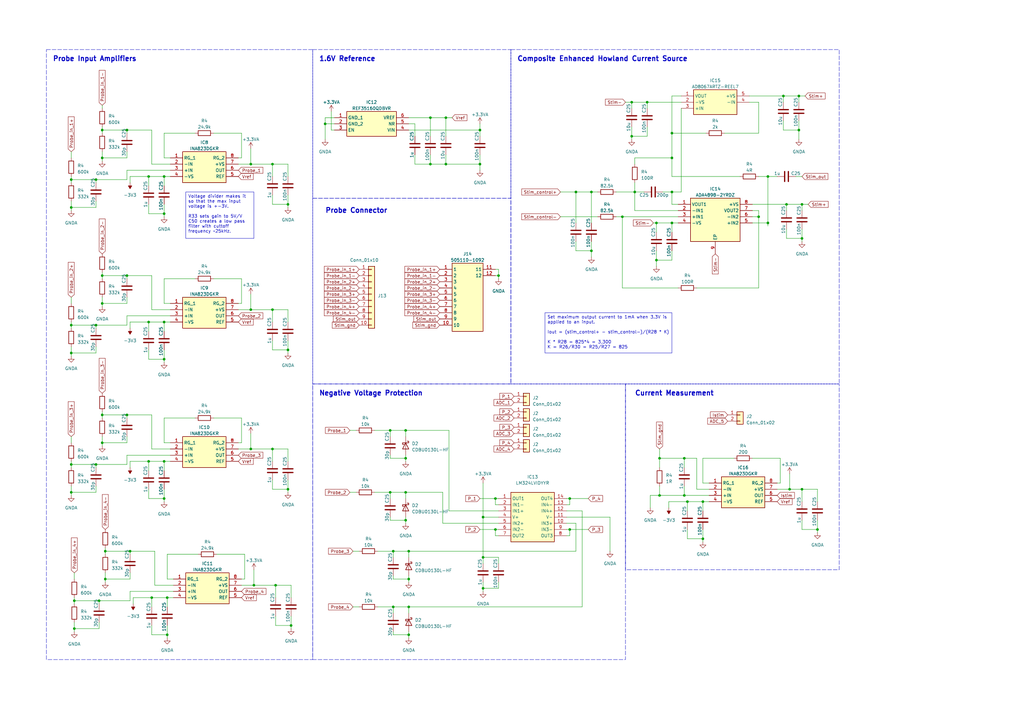
<source format=kicad_sch>
(kicad_sch (version 20230121) (generator eeschema)
  (paper "A3")
  (title_block (title "Analog Frontend") (date "2024-03-21") (rev "1") (company "Owen Leishman"))
  (junction (at 41.91 53.34))
  (junction (at 166.37 176.53))
  (junction (at 160.02 201.93))
  (junction (at 60.96 132.08))
  (junction (at 118.11 143.51))
  (junction (at 52.07 170.18))
  (junction (at 41.91 64.77))
  (junction (at 166.37 213.36))
  (junction (at 29.21 133.35))
  (junction (at 30.48 246.38))
  (junction (at 275.59 54.61))
  (junction (at 68.58 245.11))
  (junction (at 321.31 39.37))
  (junction (at 52.07 53.34))
  (junction (at 233.68 204.47))
  (junction (at 322.58 83.82))
  (junction (at 198.12 241.3))
  (junction (at 102.87 67.31))
  (junction (at 182.88 48.26))
  (junction (at 328.93 83.82))
  (junction (at 236.22 78.74))
  (junction (at 176.53 67.31))
  (junction (at 335.28 217.17))
  (junction (at 233.68 217.17))
  (junction (at 29.21 190.5))
  (junction (at 113.03 240.03))
  (junction (at 29.21 73.66))
  (junction (at 288.29 205.74))
  (junction (at 260.35 78.74))
  (junction (at 41.91 113.03))
  (junction (at 280.67 203.2))
  (junction (at 167.64 226.06))
  (junction (at 259.08 55.88))
  (junction (at 102.87 184.15))
  (junction (at 323.85 200.66))
  (junction (at 255.27 88.9))
  (junction (at 275.59 78.74))
  (junction (at 67.31 72.39))
  (junction (at 29.21 144.78))
  (junction (at 311.15 88.9))
  (junction (at 198.12 212.09))
  (junction (at 196.85 67.31))
  (junction (at 269.24 91.44))
  (junction (at 60.96 189.23))
  (junction (at 275.59 91.44))
  (junction (at 67.31 87.63))
  (junction (at 111.76 184.15))
  (junction (at 60.96 72.39))
  (junction (at 161.29 226.06))
  (junction (at 280.67 187.96))
  (junction (at 43.18 226.06))
  (junction (at 176.53 48.26))
  (junction (at 39.37 73.66))
  (junction (at 161.29 248.92))
  (junction (at 203.2 217.17))
  (junction (at 53.34 226.06))
  (junction (at 259.08 41.91))
  (junction (at 198.12 228.6))
  (junction (at 102.87 127))
  (junction (at 41.91 124.46))
  (junction (at 111.76 67.31))
  (junction (at 203.2 204.47))
  (junction (at 204.47 113.03))
  (junction (at 118.11 200.66))
  (junction (at 167.64 248.92))
  (junction (at 39.37 133.35))
  (junction (at 62.23 245.11))
  (junction (at 327.66 39.37))
  (junction (at 167.64 237.49))
  (junction (at 328.93 200.66))
  (junction (at 118.11 83.82))
  (junction (at 166.37 187.96))
  (junction (at 40.64 246.38))
  (junction (at 119.38 256.54))
  (junction (at 328.93 97.79))
  (junction (at 281.94 205.74))
  (junction (at 314.96 91.44))
  (junction (at 67.31 147.32))
  (junction (at 30.48 257.81))
  (junction (at 52.07 113.03))
  (junction (at 167.64 260.35))
  (junction (at 160.02 176.53))
  (junction (at 270.51 187.96))
  (junction (at 288.29 220.98))
  (junction (at 265.43 41.91))
  (junction (at 41.91 170.18))
  (junction (at 270.51 203.2))
  (junction (at 182.88 67.31))
  (junction (at 67.31 189.23))
  (junction (at 166.37 201.93))
  (junction (at 242.57 78.74))
  (junction (at 111.76 127))
  (junction (at 29.21 201.93))
  (junction (at 39.37 190.5))
  (junction (at 67.31 204.47))
  (junction (at 41.91 181.61))
  (junction (at 133.35 50.8))
  (junction (at 269.24 106.68))
  (junction (at 67.31 132.08))
  (junction (at 43.18 237.49))
  (junction (at 29.21 85.09))
  (junction (at 68.58 260.35))
  (junction (at 242.57 102.87))
  (junction (at 196.85 53.34))
  (junction (at 327.66 53.34))
  (junction (at 314.96 72.39))
  (junction (at 104.14 240.03))
  (junction (at 275.59 64.77))
  (wire (pts (xy 167.64 237.49) (xy 167.64 238.76)))
  (wire (pts (xy 161.29 226.06) (xy 167.64 226.06)))
  (wire (pts (xy 308.61 83.82) (xy 322.58 83.82)))
  (wire (pts (xy 160.02 201.93) (xy 166.37 201.93)))
  (wire (pts (xy 181.61 214.63) (xy 181.61 201.93)))
  (wire (pts (xy 271.78 78.74) (xy 275.59 78.74)))
  (wire (pts (xy 204.47 238.76) (xy 204.47 241.3)))
  (wire (pts (xy 67.31 64.77) (xy 67.31 54.61)))
  (wire (pts (xy 52.07 179.07) (xy 52.07 181.61)))
  (wire (pts (xy 30.48 234.95) (xy 30.48 237.49)))
  (wire (pts (xy 198.12 212.09) (xy 198.12 228.6)))
  (wire (pts (xy 97.79 184.15) (xy 102.87 184.15)))
  (wire (pts (xy 60.96 147.32) (xy 67.31 147.32)))
  (wire (pts (xy 133.35 50.8) (xy 133.35 57.15)))
  (wire (pts (xy 53.34 72.39) (xy 53.34 74.93)))
  (wire (pts (xy 160.02 201.93) (xy 160.02 204.47)))
  (wire (pts (xy 275.59 83.82) (xy 278.13 83.82)))
  (wire (pts (xy 184.15 209.55) (xy 184.15 176.53)))
  (wire (pts (xy 60.96 143.51) (xy 60.96 147.32)))
  (wire (pts (xy 265.43 41.91) (xy 265.43 44.45)))
  (wire (pts (xy 97.79 64.77) (xy 99.06 64.77)))
  (wire (pts (xy 69.85 127) (xy 62.23 127)))
  (wire (pts (xy 170.18 50.8) (xy 167.64 50.8)))
  (wire (pts (xy 62.23 184.15) (xy 62.23 170.18)))
  (wire (pts (xy 198.12 238.76) (xy 198.12 241.3)))
  (wire (pts (xy 111.76 83.82) (xy 118.11 83.82)))
  (wire (pts (xy 68.58 237.49) (xy 68.58 227.33)))
  (wire (pts (xy 318.77 198.12) (xy 320.04 198.12)))
  (wire (pts (xy 275.59 106.68) (xy 269.24 106.68)))
  (wire (pts (xy 69.85 181.61) (xy 67.31 181.61)))
  (wire (pts (xy 111.76 184.15) (xy 102.87 184.15)))
  (wire (pts (xy 308.61 86.36) (xy 311.15 86.36)))
  (wire (pts (xy 236.22 78.74) (xy 236.22 91.44)))
  (wire (pts (xy 43.18 234.95) (xy 43.18 237.49)))
  (wire (pts (xy 43.18 237.49) (xy 53.34 237.49)))
  (wire (pts (xy 29.21 189.23) (xy 29.21 190.5)))
  (wire (pts (xy 60.96 132.08) (xy 53.34 132.08)))
  (wire (pts (xy 290.83 205.74) (xy 288.29 205.74)))
  (wire (pts (xy 161.29 236.22) (xy 161.29 237.49)))
  (wire (pts (xy 311.15 118.11) (xy 285.75 118.11)))
  (wire (pts (xy 68.58 245.11) (xy 68.58 248.92)))
  (wire (pts (xy 327.66 39.37) (xy 321.31 39.37)))
  (wire (pts (xy 52.07 121.92) (xy 52.07 124.46)))
  (wire (pts (xy 203.2 207.01) (xy 203.2 204.47)))
  (wire (pts (xy 242.57 99.06) (xy 242.57 102.87)))
  (wire (pts (xy 41.91 181.61) (xy 41.91 182.88)))
  (wire (pts (xy 181.61 201.93) (xy 166.37 201.93)))
  (wire (pts (xy 111.76 80.01) (xy 111.76 83.82)))
  (wire (pts (xy 288.29 198.12) (xy 288.29 187.96)))
  (wire (pts (xy 280.67 187.96) (xy 280.67 191.77)))
  (wire (pts (xy 144.78 248.92) (xy 147.32 248.92)))
  (wire (pts (xy 97.79 124.46) (xy 99.06 124.46)))
  (wire (pts (xy 314.96 72.39) (xy 311.15 72.39)))
  (wire (pts (xy 69.85 129.54) (xy 52.07 129.54)))
  (wire (pts (xy 99.06 54.61) (xy 87.63 54.61)))
  (wire (pts (xy 52.07 69.85) (xy 52.07 73.66)))
  (wire (pts (xy 62.23 256.54) (xy 62.23 260.35)))
  (wire (pts (xy 52.07 186.69) (xy 52.07 190.5)))
  (wire (pts (xy 250.19 212.09) (xy 250.19 226.06)))
  (wire (pts (xy 111.76 127) (xy 102.87 127)))
  (wire (pts (xy 204.47 241.3) (xy 198.12 241.3)))
  (wire (pts (xy 111.76 139.7) (xy 111.76 143.51)))
  (wire (pts (xy 104.14 240.03) (xy 104.14 233.68)))
  (wire (pts (xy 328.93 86.36) (xy 328.93 83.82)))
  (wire (pts (xy 275.59 91.44) (xy 278.13 91.44)))
  (wire (pts (xy 52.07 113.03) (xy 52.07 114.3)))
  (wire (pts (xy 170.18 63.5) (xy 170.18 67.31)))
  (wire (pts (xy 39.37 201.93) (xy 29.21 201.93)))
  (wire (pts (xy 118.11 83.82) (xy 118.11 80.01)))
  (wire (pts (xy 67.31 72.39) (xy 60.96 72.39)))
  (wire (pts (xy 60.96 87.63) (xy 67.31 87.63)))
  (wire (pts (xy 67.31 54.61) (xy 80.01 54.61)))
  (wire (pts (xy 260.35 67.31) (xy 260.35 64.77)))
  (wire (pts (xy 67.31 204.47) (xy 67.31 200.66)))
  (wire (pts (xy 311.15 86.36) (xy 311.15 88.9)))
  (wire (pts (xy 267.97 91.44) (xy 269.24 91.44)))
  (wire (pts (xy 29.21 133.35) (xy 29.21 134.62)))
  (wire (pts (xy 133.35 48.26) (xy 133.35 50.8)))
  (wire (pts (xy 233.68 207.01) (xy 232.41 207.01)))
  (wire (pts (xy 322.58 93.98) (xy 322.58 97.79)))
  (wire (pts (xy 53.34 242.57) (xy 53.34 246.38)))
  (wire (pts (xy 204.47 114.3) (xy 204.47 113.03)))
  (wire (pts (xy 30.48 245.11) (xy 30.48 246.38)))
  (wire (pts (xy 113.03 256.54) (xy 119.38 256.54)))
  (wire (pts (xy 281.94 205.74) (xy 274.32 205.74)))
  (wire (pts (xy 330.2 39.37) (xy 327.66 39.37)))
  (wire (pts (xy 280.67 203.2) (xy 290.83 203.2)))
  (wire (pts (xy 280.67 199.39) (xy 280.67 203.2)))
  (wire (pts (xy 67.31 171.45) (xy 80.01 171.45)))
  (wire (pts (xy 203.2 204.47) (xy 204.47 204.47)))
  (wire (pts (xy 60.96 204.47) (xy 67.31 204.47)))
  (wire (pts (xy 281.94 220.98) (xy 288.29 220.98)))
  (wire (pts (xy 260.35 78.74) (xy 264.16 78.74)))
  (wire (pts (xy 232.41 217.17) (xy 233.68 217.17)))
  (wire (pts (xy 119.38 256.54) (xy 119.38 252.73)))
  (wire (pts (xy 198.12 198.12) (xy 198.12 212.09)))
  (wire (pts (xy 269.24 102.87) (xy 269.24 106.68)))
  (wire (pts (xy 53.34 226.06) (xy 53.34 227.33)))
  (wire (pts (xy 236.22 102.87) (xy 242.57 102.87)))
  (wire (pts (xy 314.96 72.39) (xy 314.96 91.44)))
  (wire (pts (xy 69.85 64.77) (xy 67.31 64.77)))
  (wire (pts (xy 41.91 179.07) (xy 41.91 181.61)))
  (wire (pts (xy 29.21 62.23) (xy 29.21 64.77)))
  (wire (pts (xy 39.37 133.35) (xy 29.21 133.35)))
  (wire (pts (xy 39.37 82.55) (xy 39.37 85.09)))
  (wire (pts (xy 67.31 204.47) (xy 67.31 205.74)))
  (wire (pts (xy 321.31 39.37) (xy 307.34 39.37)))
  (wire (pts (xy 335.28 217.17) (xy 335.28 213.36)))
  (wire (pts (xy 182.88 63.5) (xy 182.88 67.31)))
  (wire (pts (xy 233.68 217.17) (xy 241.3 217.17)))
  (wire (pts (xy 203.2 219.71) (xy 204.47 219.71)))
  (wire (pts (xy 314.96 92.71) (xy 314.96 91.44)))
  (wire (pts (xy 166.37 212.09) (xy 166.37 213.36)))
  (wire (pts (xy 118.11 184.15) (xy 118.11 189.23)))
  (wire (pts (xy 67.31 147.32) (xy 67.31 148.59)))
  (wire (pts (xy 167.64 248.92) (xy 238.76 248.92)))
  (wire (pts (xy 29.21 82.55) (xy 29.21 85.09)))
  (wire (pts (xy 288.29 220.98) (xy 288.29 217.17)))
  (wire (pts (xy 67.31 72.39) (xy 67.31 76.2)))
  (wire (pts (xy 232.41 212.09) (xy 250.19 212.09)))
  (wire (pts (xy 137.16 53.34) (xy 135.89 53.34)))
  (wire (pts (xy 236.22 78.74) (xy 229.87 78.74)))
  (wire (pts (xy 233.68 217.17) (xy 233.68 219.71)))
  (wire (pts (xy 260.35 64.77) (xy 275.59 64.77)))
  (wire (pts (xy 69.85 124.46) (xy 67.31 124.46)))
  (wire (pts (xy 67.31 132.08) (xy 67.31 135.89)))
  (wire (pts (xy 113.03 240.03) (xy 113.03 245.11)))
  (wire (pts (xy 30.48 246.38) (xy 30.48 247.65)))
  (wire (pts (xy 275.59 78.74) (xy 275.59 83.82)))
  (wire (pts (xy 196.85 55.88) (xy 196.85 53.34)))
  (wire (pts (xy 52.07 62.23) (xy 52.07 64.77)))
  (wire (pts (xy 322.58 83.82) (xy 328.93 83.82)))
  (wire (pts (xy 328.93 217.17) (xy 335.28 217.17)))
  (wire (pts (xy 62.23 245.11) (xy 54.61 245.11)))
  (wire (pts (xy 270.51 187.96) (xy 270.51 191.77)))
  (wire (pts (xy 328.93 200.66) (xy 323.85 200.66)))
  (wire (pts (xy 99.06 240.03) (xy 104.14 240.03)))
  (wire (pts (xy 233.68 204.47) (xy 241.3 204.47)))
  (wire (pts (xy 323.85 200.66) (xy 323.85 194.31)))
  (wire (pts (xy 118.11 67.31) (xy 111.76 67.31)))
  (wire (pts (xy 328.93 200.66) (xy 328.93 205.74)))
  (wire (pts (xy 260.35 74.93) (xy 260.35 78.74)))
  (wire (pts (xy 335.28 217.17) (xy 335.28 218.44)))
  (wire (pts (xy 41.91 113.03) (xy 41.91 114.3)))
  (wire (pts (xy 29.21 121.92) (xy 29.21 124.46)))
  (wire (pts (xy 118.11 143.51) (xy 118.11 144.78)))
  (wire (pts (xy 71.12 237.49) (xy 68.58 237.49)))
  (wire (pts (xy 40.64 246.38) (xy 53.34 246.38)))
  (wire (pts (xy 137.16 50.8) (xy 133.35 50.8)))
  (wire (pts (xy 41.91 124.46) (xy 52.07 124.46)))
  (wire (pts (xy 43.18 226.06) (xy 43.18 227.33)))
  (wire (pts (xy 69.85 69.85) (xy 52.07 69.85)))
  (wire (pts (xy 232.41 214.63) (xy 236.22 214.63)))
  (wire (pts (xy 167.64 259.08) (xy 167.64 260.35)))
  (wire (pts (xy 252.73 88.9) (xy 255.27 88.9)))
  (wire (pts (xy 68.58 227.33) (xy 81.28 227.33)))
  (wire (pts (xy 54.61 245.11) (xy 54.61 247.65)))
  (wire (pts (xy 322.58 97.79) (xy 328.93 97.79)))
  (wire (pts (xy 288.29 187.96) (xy 300.99 187.96)))
  (wire (pts (xy 196.85 67.31) (xy 196.85 63.5)))
  (wire (pts (xy 269.24 91.44) (xy 269.24 95.25)))
  (wire (pts (xy 29.21 132.08) (xy 29.21 133.35)))
  (wire (pts (xy 113.03 252.73) (xy 113.03 256.54)))
  (wire (pts (xy 270.51 203.2) (xy 266.7 203.2)))
  (wire (pts (xy 166.37 176.53) (xy 166.37 179.07)))
  (wire (pts (xy 167.64 48.26) (xy 176.53 48.26)))
  (wire (pts (xy 170.18 67.31) (xy 176.53 67.31)))
  (wire (pts (xy 53.34 226.06) (xy 43.18 226.06)))
  (wire (pts (xy 167.64 53.34) (xy 196.85 53.34)))
  (wire (pts (xy 182.88 48.26) (xy 182.88 55.88)))
  (wire (pts (xy 160.02 186.69) (xy 160.02 187.96)))
  (wire (pts (xy 67.31 124.46) (xy 67.31 114.3)))
  (wire (pts (xy 255.27 118.11) (xy 255.27 88.9)))
  (wire (pts (xy 97.79 67.31) (xy 102.87 67.31)))
  (wire (pts (xy 275.59 102.87) (xy 275.59 106.68)))
  (wire (pts (xy 67.31 147.32) (xy 67.31 143.51)))
  (wire (pts (xy 242.57 78.74) (xy 236.22 78.74)))
  (wire (pts (xy 160.02 176.53) (xy 166.37 176.53)))
  (wire (pts (xy 29.21 190.5) (xy 29.21 191.77)))
  (wire (pts (xy 53.34 132.08) (xy 53.34 134.62)))
  (wire (pts (xy 160.02 187.96) (xy 166.37 187.96)))
  (wire (pts (xy 203.2 217.17) (xy 204.47 217.17)))
  (wire (pts (xy 311.15 54.61) (xy 311.15 41.91)))
  (wire (pts (xy 41.91 121.92) (xy 41.91 124.46)))
  (wire (pts (xy 67.31 87.63) (xy 67.31 83.82)))
  (wire (pts (xy 39.37 133.35) (xy 39.37 134.62)))
  (wire (pts (xy 318.77 200.66) (xy 323.85 200.66)))
  (wire (pts (xy 118.11 67.31) (xy 118.11 72.39)))
  (wire (pts (xy 97.79 127) (xy 102.87 127)))
  (wire (pts (xy 52.07 170.18) (xy 41.91 170.18)))
  (wire (pts (xy 242.57 78.74) (xy 242.57 91.44)))
  (wire (pts (xy 100.33 227.33) (xy 88.9 227.33)))
  (wire (pts (xy 242.57 102.87) (xy 242.57 105.41)))
  (wire (pts (xy 41.91 64.77) (xy 52.07 64.77)))
  (wire (pts (xy 67.31 181.61) (xy 67.31 171.45)))
  (wire (pts (xy 204.47 231.14) (xy 204.47 228.6)))
  (wire (pts (xy 67.31 87.63) (xy 67.31 88.9)))
  (wire (pts (xy 69.85 189.23) (xy 67.31 189.23)))
  (wire (pts (xy 39.37 133.35) (xy 52.07 133.35)))
  (wire (pts (xy 269.24 106.68) (xy 269.24 109.22)))
  (wire (pts (xy 328.93 97.79) (xy 328.93 93.98)))
  (wire (pts (xy 322.58 83.82) (xy 322.58 86.36)))
  (wire (pts (xy 111.76 67.31) (xy 111.76 72.39)))
  (wire (pts (xy 279.4 44.45) (xy 279.4 78.74)))
  (wire (pts (xy 259.08 41.91) (xy 259.08 44.45)))
  (wire (pts (xy 279.4 78.74) (xy 275.59 78.74)))
  (wire (pts (xy 39.37 190.5) (xy 29.21 190.5)))
  (wire (pts (xy 118.11 127) (xy 111.76 127)))
  (wire (pts (xy 196.85 53.34) (xy 196.85 50.8)))
  (wire (pts (xy 266.7 203.2) (xy 266.7 208.28)))
  (wire (pts (xy 166.37 186.69) (xy 166.37 187.96)))
  (wire (pts (xy 69.85 72.39) (xy 67.31 72.39)))
  (wire (pts (xy 321.31 53.34) (xy 327.66 53.34)))
  (wire (pts (xy 69.85 132.08) (xy 67.31 132.08)))
  (wire (pts (xy 204.47 110.49) (xy 203.2 110.49)))
  (wire (pts (xy 204.47 113.03) (xy 204.47 110.49)))
  (wire (pts (xy 99.06 181.61) (xy 99.06 171.45)))
  (wire (pts (xy 167.64 248.92) (xy 167.64 251.46)))
  (wire (pts (xy 111.76 184.15) (xy 111.76 189.23)))
  (wire (pts (xy 40.64 255.27) (xy 40.64 257.81)))
  (wire (pts (xy 69.85 67.31) (xy 62.23 67.31)))
  (wire (pts (xy 52.07 129.54) (xy 52.07 133.35)))
  (wire (pts (xy 252.73 78.74) (xy 260.35 78.74)))
  (wire (pts (xy 184.15 209.55) (xy 204.47 209.55)))
  (wire (pts (xy 41.91 124.46) (xy 41.91 125.73)))
  (wire (pts (xy 303.53 72.39) (xy 275.59 72.39)))
  (wire (pts (xy 40.64 246.38) (xy 30.48 246.38)))
  (wire (pts (xy 39.37 142.24) (xy 39.37 144.78)))
  (wire (pts (xy 204.47 214.63) (xy 181.61 214.63)))
  (wire (pts (xy 62.23 67.31) (xy 62.23 53.34)))
  (wire (pts (xy 275.59 64.77) (xy 275.59 54.61)))
  (wire (pts (xy 99.06 64.77) (xy 99.06 54.61)))
  (wire (pts (xy 68.58 260.35) (xy 68.58 256.54)))
  (wire (pts (xy 135.89 53.34) (xy 135.89 45.72)))
  (wire (pts (xy 288.29 220.98) (xy 288.29 222.25)))
  (wire (pts (xy 41.91 170.18) (xy 41.91 171.45)))
  (wire (pts (xy 167.64 226.06) (xy 167.64 228.6)))
  (wire (pts (xy 245.11 78.74) (xy 242.57 78.74)))
  (wire (pts (xy 167.64 226.06) (xy 236.22 226.06)))
  (wire (pts (xy 62.23 127) (xy 62.23 113.03)))
  (wire (pts (xy 53.34 189.23) (xy 53.34 191.77)))
  (wire (pts (xy 41.91 181.61) (xy 52.07 181.61)))
  (wire (pts (xy 40.64 257.81) (xy 30.48 257.81)))
  (wire (pts (xy 255.27 88.9) (xy 278.13 88.9)))
  (wire (pts (xy 71.12 245.11) (xy 68.58 245.11)))
  (wire (pts (xy 328.93 200.66) (xy 335.28 200.66)))
  (wire (pts (xy 99.06 171.45) (xy 87.63 171.45)))
  (wire (pts (xy 41.91 43.18) (xy 41.91 44.45)))
  (wire (pts (xy 232.41 209.55) (xy 238.76 209.55)))
  (wire (pts (xy 232.41 219.71) (xy 233.68 219.71)))
  (wire (pts (xy 167.64 260.35) (xy 167.64 261.62)))
  (wire (pts (xy 53.34 234.95) (xy 53.34 237.49)))
  (wire (pts (xy 270.51 203.2) (xy 280.67 203.2)))
  (wire (pts (xy 233.68 204.47) (xy 233.68 207.01)))
  (wire (pts (xy 170.18 55.88) (xy 170.18 50.8)))
  (wire (pts (xy 62.23 260.35) (xy 68.58 260.35)))
  (wire (pts (xy 182.88 48.26) (xy 185.42 48.26)))
  (wire (pts (xy 62.23 245.11) (xy 62.23 248.92)))
  (wire (pts (xy 39.37 190.5) (xy 39.37 191.77)))
  (wire (pts (xy 99.06 124.46) (xy 99.06 114.3)))
  (wire (pts (xy 203.2 217.17) (xy 203.2 219.71)))
  (wire (pts (xy 102.87 67.31) (xy 102.87 60.96)))
  (wire (pts (xy 118.11 143.51) (xy 118.11 139.7)))
  (wire (pts (xy 274.32 205.74) (xy 274.32 208.28)))
  (wire (pts (xy 119.38 256.54) (xy 119.38 257.81)))
  (wire (pts (xy 259.08 55.88) (xy 265.43 55.88)))
  (wire (pts (xy 71.12 242.57) (xy 53.34 242.57)))
  (wire (pts (xy 161.29 248.92) (xy 161.29 251.46)))
  (wire (pts (xy 161.29 248.92) (xy 167.64 248.92)))
  (wire (pts (xy 144.78 226.06) (xy 147.32 226.06)))
  (wire (pts (xy 328.93 213.36) (xy 328.93 217.17)))
  (wire (pts (xy 39.37 144.78) (xy 29.21 144.78)))
  (wire (pts (xy 60.96 189.23) (xy 60.96 193.04)))
  (wire (pts (xy 176.53 48.26) (xy 182.88 48.26)))
  (wire (pts (xy 67.31 114.3) (xy 80.01 114.3)))
  (wire (pts (xy 161.29 259.08) (xy 161.29 260.35)))
  (wire (pts (xy 43.18 224.79) (xy 43.18 226.06)))
  (wire (pts (xy 269.24 91.44) (xy 275.59 91.44)))
  (wire (pts (xy 119.38 240.03) (xy 113.03 240.03)))
  (wire (pts (xy 111.76 143.51) (xy 118.11 143.51)))
  (wire (pts (xy 30.48 255.27) (xy 30.48 257.81)))
  (wire (pts (xy 281.94 205.74) (xy 281.94 209.55)))
  (wire (pts (xy 236.22 99.06) (xy 236.22 102.87)))
  (wire (pts (xy 118.11 200.66) (xy 118.11 201.93)))
  (wire (pts (xy 67.31 189.23) (xy 60.96 189.23)))
  (wire (pts (xy 161.29 226.06) (xy 161.29 228.6)))
  (wire (pts (xy 160.02 213.36) (xy 166.37 213.36)))
  (wire (pts (xy 60.96 72.39) (xy 60.96 76.2)))
  (wire (pts (xy 69.85 186.69) (xy 52.07 186.69)))
  (wire (pts (xy 118.11 200.66) (xy 118.11 196.85)))
  (wire (pts (xy 198.12 212.09) (xy 204.47 212.09)))
  (wire (pts (xy 256.54 41.91) (xy 259.08 41.91)))
  (wire (pts (xy 290.83 198.12) (xy 288.29 198.12)))
  (wire (pts (xy 270.51 184.15) (xy 270.51 187.96)))
  (wire (pts (xy 41.91 168.91) (xy 41.91 170.18)))
  (wire (pts (xy 119.38 240.03) (xy 119.38 245.11)))
  (wire (pts (xy 288.29 205.74) (xy 281.94 205.74)))
  (wire (pts (xy 102.87 184.15) (xy 102.87 177.8)))
  (wire (pts (xy 29.21 142.24) (xy 29.21 144.78)))
  (wire (pts (xy 67.31 132.08) (xy 60.96 132.08)))
  (wire (pts (xy 29.21 85.09) (xy 29.21 86.36)))
  (wire (pts (xy 153.67 176.53) (xy 160.02 176.53)))
  (wire (pts (xy 327.66 53.34) (xy 327.66 57.15)))
  (wire (pts (xy 196.85 67.31) (xy 196.85 69.85)))
  (wire (pts (xy 275.59 72.39) (xy 275.59 64.77)))
  (wire (pts (xy 203.2 207.01) (xy 204.47 207.01)))
  (wire (pts (xy 43.18 237.49) (xy 43.18 238.76)))
  (wire (pts (xy 111.76 200.66) (xy 118.11 200.66)))
  (wire (pts (xy 311.15 88.9) (xy 311.15 118.11)))
  (wire (pts (xy 52.07 53.34) (xy 41.91 53.34)))
  (wire (pts (xy 270.51 187.96) (xy 280.67 187.96)))
  (wire (pts (xy 167.64 236.22) (xy 167.64 237.49)))
  (wire (pts (xy 297.18 54.61) (xy 311.15 54.61)))
  (wire (pts (xy 160.02 212.09) (xy 160.02 213.36)))
  (wire (pts (xy 265.43 55.88) (xy 265.43 52.07)))
  (wire (pts (xy 154.94 248.92) (xy 161.29 248.92)))
  (wire (pts (xy 232.41 204.47) (xy 233.68 204.47)))
  (wire (pts (xy 275.59 54.61) (xy 289.56 54.61)))
  (wire (pts (xy 30.48 257.81) (xy 30.48 259.08)))
  (wire (pts (xy 52.07 170.18) (xy 62.23 170.18)))
  (wire (pts (xy 60.96 200.66) (xy 60.96 204.47)))
  (wire (pts (xy 67.31 189.23) (xy 67.31 193.04)))
  (wire (pts (xy 118.11 184.15) (xy 111.76 184.15)))
  (wire (pts (xy 278.13 118.11) (xy 255.27 118.11)))
  (wire (pts (xy 260.35 86.36) (xy 278.13 86.36)))
  (wire (pts (xy 327.66 53.34) (xy 327.66 49.53)))
  (wire (pts (xy 328.93 97.79) (xy 328.93 99.06)))
  (wire (pts (xy 53.34 226.06) (xy 63.5 226.06)))
  (wire (pts (xy 288.29 205.74) (xy 288.29 209.55)))
  (wire (pts (xy 275.59 39.37) (xy 279.4 39.37)))
  (wire (pts (xy 236.22 214.63) (xy 236.22 226.06)))
  (wire (pts (xy 113.03 240.03) (xy 104.14 240.03)))
  (wire (pts (xy 259.08 52.07) (xy 259.08 55.88)))
  (wire (pts (xy 68.58 245.11) (xy 62.23 245.11)))
  (wire (pts (xy 161.29 237.49) (xy 167.64 237.49)))
  (wire (pts (xy 161.29 260.35) (xy 167.64 260.35)))
  (wire (pts (xy 29.21 201.93) (xy 29.21 203.2)))
  (wire (pts (xy 285.75 187.96) (xy 285.75 200.66)))
  (wire (pts (xy 176.53 67.31) (xy 182.88 67.31)))
  (wire (pts (xy 41.91 53.34) (xy 41.91 54.61)))
  (wire (pts (xy 100.33 237.49) (xy 100.33 227.33)))
  (wire (pts (xy 39.37 85.09) (xy 29.21 85.09)))
  (wire (pts (xy 320.04 187.96) (xy 308.61 187.96)))
  (wire (pts (xy 275.59 91.44) (xy 275.59 95.25)))
  (wire (pts (xy 153.67 201.93) (xy 160.02 201.93)))
  (wire (pts (xy 99.06 114.3) (xy 87.63 114.3)))
  (wire (pts (xy 259.08 55.88) (xy 259.08 57.15)))
  (wire (pts (xy 198.12 228.6) (xy 198.12 231.14)))
  (wire (pts (xy 265.43 41.91) (xy 279.4 41.91)))
  (wire (pts (xy 143.51 176.53) (xy 146.05 176.53)))
  (wire (pts (xy 260.35 78.74) (xy 260.35 86.36)))
  (wire (pts (xy 102.87 127) (xy 102.87 120.65)))
  (wire (pts (xy 40.64 246.38) (xy 40.64 247.65)))
  (wire (pts (xy 60.96 189.23) (xy 53.34 189.23)))
  (wire (pts (xy 52.07 113.03) (xy 41.91 113.03)))
  (wire (pts (xy 328.93 83.82) (xy 331.47 83.82)))
  (wire (pts (xy 52.07 113.03) (xy 62.23 113.03)))
  (wire (pts (xy 52.07 170.18) (xy 52.07 171.45)))
  (wire (pts (xy 281.94 217.17) (xy 281.94 220.98)))
  (wire (pts (xy 176.53 63.5) (xy 176.53 67.31)))
  (wire (pts (xy 68.58 260.35) (xy 68.58 261.62)))
  (wire (pts (xy 160.02 176.53) (xy 160.02 179.07)))
  (wire (pts (xy 137.16 48.26) (xy 133.35 48.26)))
  (wire (pts (xy 314.96 72.39) (xy 318.77 72.39)))
  (wire (pts (xy 29.21 179.07) (xy 29.21 181.61)))
  (wire (pts (xy 321.31 49.53) (xy 321.31 53.34)))
  (wire (pts (xy 111.76 67.31) (xy 102.87 67.31)))
  (wire (pts (xy 308.61 88.9) (xy 311.15 88.9)))
  (wire (pts (xy 97.79 181.61) (xy 99.06 181.61)))
  (wire (pts (xy 60.96 72.39) (xy 53.34 72.39)))
  (wire (pts (xy 321.31 39.37) (xy 321.31 41.91)))
  (wire (pts (xy 275.59 54.61) (xy 275.59 39.37)))
  (wire (pts (xy 71.12 240.03) (xy 63.5 240.03)))
  (wire (pts (xy 111.76 127) (xy 111.76 132.08)))
  (wire (pts (xy 63.5 240.03) (xy 63.5 226.06)))
  (wire (pts (xy 52.07 53.34) (xy 52.07 54.61)))
  (wire (pts (xy 326.39 72.39) (xy 328.93 72.39)))
  (wire (pts (xy 320.04 198.12) (xy 320.04 187.96)))
  (wire (pts (xy 41.91 111.76) (xy 41.91 113.03)))
  (wire (pts (xy 29.21 199.39) (xy 29.21 201.93)))
  (wire (pts (xy 143.51 201.93) (xy 146.05 201.93)))
  (wire (pts (xy 166.37 187.96) (xy 166.37 189.23)))
  (wire (pts (xy 41.91 64.77) (xy 41.91 66.04)))
  (wire (pts (xy 203.2 113.03) (xy 204.47 113.03)))
  (wire (pts (xy 118.11 127) (xy 118.11 132.08)))
  (wire (pts (xy 290.83 200.66) (xy 285.75 200.66)))
  (wire (pts (xy 314.96 91.44) (xy 308.61 91.44)))
  (wire (pts (xy 29.21 72.39) (xy 29.21 73.66)))
  (wire (pts (xy 41.91 52.07) (xy 41.91 53.34)))
  (wire (pts (xy 166.37 213.36) (xy 166.37 214.63)))
  (wire (pts (xy 39.37 199.39) (xy 39.37 201.93)))
  (wire (pts (xy 196.85 204.47) (xy 203.2 204.47)))
  (wire (pts (xy 41.91 62.23) (xy 41.91 64.77)))
  (wire (pts (xy 196.85 217.17) (xy 203.2 217.17)))
  (wire (pts (xy 327.66 39.37) (xy 327.66 41.91)))
  (wire (pts (xy 270.51 199.39) (xy 270.51 203.2)))
  (wire (pts (xy 29.21 144.78) (xy 29.21 146.05)))
  (wire (pts (xy 29.21 73.66) (xy 29.21 74.93)))
  (wire (pts (xy 204.47 228.6) (xy 198.12 228.6)))
  (wire (pts (xy 198.12 241.3) (xy 198.12 242.57)))
  (wire (pts (xy 60.96 132.08) (xy 60.96 135.89)))
  (wire (pts (xy 52.07 53.34) (xy 62.23 53.34)))
  (wire (pts (xy 182.88 67.31) (xy 196.85 67.31)))
  (wire (pts (xy 111.76 196.85) (xy 111.76 200.66)))
  (wire (pts (xy 335.28 200.66) (xy 335.28 205.74)))
  (wire (pts (xy 118.11 83.82) (xy 118.11 85.09)))
  (wire (pts (xy 39.37 73.66) (xy 52.07 73.66)))
  (wire (pts (xy 238.76 209.55) (xy 238.76 248.92)))
  (wire (pts (xy 39.37 73.66) (xy 39.37 74.93)))
  (wire (pts (xy 184.15 176.53) (xy 166.37 176.53)))
  (wire (pts (xy 69.85 184.15) (xy 62.23 184.15)))
  (wire (pts (xy 154.94 226.06) (xy 161.29 226.06)))
  (wire (pts (xy 60.96 83.82) (xy 60.96 87.63)))
  (wire (pts (xy 39.37 190.5) (xy 52.07 190.5)))
  (wire (pts (xy 259.08 41.91) (xy 265.43 41.91)))
  (wire (pts (xy 99.06 237.49) (xy 100.33 237.49)))
  (wire (pts (xy 280.67 187.96) (xy 285.75 187.96)))
  (wire (pts (xy 245.11 88.9) (xy 229.87 88.9)))
  (wire (pts (xy 166.37 201.93) (xy 166.37 204.47)))
  (wire (pts (xy 39.37 73.66) (xy 29.21 73.66)))
  (wire (pts (xy 176.53 55.88) (xy 176.53 48.26)))
  (wire (pts (xy 311.15 41.91) (xy 307.34 41.91)))
  (rectangle (start 128.27 20.32) (end 209.55 81.28) (stroke (width 0) (type dash)))
  (rectangle (start 209.55 20.32) (end 344.17 157.48) (stroke (width 0) (type dash)))
  (rectangle (start 19.05 20.32) (end 128.27 270.51) (stroke (width 0) (type dash)))
  (rectangle (start 256.54 157.48) (end 344.17 233.68) (stroke (width 0) (type dash)))
  (rectangle (start 128.27 157.48) (end 256.54 270.51) (stroke (width 0) (type dash)))
  (rectangle (start 128.27 81.28) (end 209.55 157.48) (stroke (width 0) (type dash)))
  (text_box "Set maximum output current to 1mA when 3.3V is applied to an input.\n\nIout = (stim_control+ - stim_control-)/(R28 * K)\n\nK * R28 = 825*4 = 3,300\nK = R26/R30 = R25/R27 = 825\n" (at 223.52 128.27 0) (size 52.07 16.51) (effects (font (size 1.27 1.27)) (justify left top)))
  (text_box "Voltage divider makes it so that the max input voltage is +-3V.\n\nR33 sets gain to 5V/V\nC50 creates a low pass filter with cuttoff frequency ~25kHz.\n" (at 76.2 78.74 0) (size 27.94 19.05) (effects (font (size 1.27 1.27)) (justify left top)))
  (text "Negative Voltage Protection" (at 130.81 162.56 0) (effects (font (size 2 2) (thickness 0.4) bold) (justify left bottom)))
  (text "Probe Connector" (at 133.35 87.63 0) (effects (font (size 2 2) (thickness 0.4) bold) (justify left bottom)))
  (text "Composite Enhanced Howland Current Source" (at 212.09 25.4 0) (effects (font (size 2 2) (thickness 0.4) bold) (justify left bottom)))
  (text "Probe Input Amplifiers" (at 21.59 25.4 0) (effects (font (size 2 2) (thickness 0.4) bold) (justify left bottom)))
  (text "Current Measurement" (at 260.35 162.56 0) (effects (font (size 2 2) (thickness 0.4) bold) (justify left bottom)))
  (text "1.6V Reference" (at 130.81 25.4 0) (effects (font (size 2 2) (thickness 0.4) bold) (justify left bottom)))
  (global_label "P_1" (shape input) (at 196.85 204.47 180) (property "Intersheetrefs" "${INTERSHEET_REFS}" (effects hide)))
  (global_label "Probe_in_2+" (shape input) (at 147.32 115.57 180) (property "Intersheetrefs" "${INTERSHEET_REFS}" (effects hide)))
  (global_label "Probe_in_2-" (shape input) (at 41.91 104.14 90) (property "Intersheetrefs" "${INTERSHEET_REFS}" (effects hide)))
  (global_label "Vref" (shape input) (at 97.79 189.23 0) (property "Intersheetrefs" "${INTERSHEET_REFS}" (effects hide)))
  (global_label "Istim" (shape input) (at 298.45 170.18 180) (property "Intersheetrefs" "${INTERSHEET_REFS}" (effects hide)))
  (global_label "Stim-" (shape input) (at 293.37 104.14 270) (property "Intersheetrefs" "${INTERSHEET_REFS}" (effects hide)))
  (global_label "Stim_out" (shape input) (at 180.34 130.81 180) (property "Intersheetrefs" "${INTERSHEET_REFS}" (effects hide)))
  (global_label "Probe_in_2+" (shape input) (at 29.21 121.92 90) (property "Intersheetrefs" "${INTERSHEET_REFS}" (effects hide)))
  (global_label "Vref" (shape input) (at 99.06 245.11 0) (property "Intersheetrefs" "${INTERSHEET_REFS}" (effects hide)))
  (global_label "Stim_out" (shape input) (at 147.32 130.81 180) (property "Intersheetrefs" "${INTERSHEET_REFS}" (effects hide)))
  (global_label "Probe_in_1+" (shape input) (at 180.34 110.49 180) (property "Intersheetrefs" "${INTERSHEET_REFS}" (effects hide)))
  (global_label "Probe_in_4+" (shape input) (at 180.34 125.73 180) (property "Intersheetrefs" "${INTERSHEET_REFS}" (effects hide)))
  (global_label "Probe_in_1-" (shape input) (at 41.91 43.18 90) (property "Intersheetrefs" "${INTERSHEET_REFS}" (effects hide)))
  (global_label "P_3" (shape input) (at 210.82 175.26 180) (property "Intersheetrefs" "${INTERSHEET_REFS}" (effects hide)))
  (global_label "P_2" (shape input) (at 196.85 217.17 180) (property "Intersheetrefs" "${INTERSHEET_REFS}" (effects hide)))
  (global_label "Probe_in_1+" (shape input) (at 29.21 62.23 90) (property "Intersheetrefs" "${INTERSHEET_REFS}" (effects hide)))
  (global_label "Probe_in_4-" (shape input) (at 43.18 217.17 90) (property "Intersheetrefs" "${INTERSHEET_REFS}" (effects hide)))
  (global_label "Probe_3" (shape input) (at 144.78 226.06 180) (property "Intersheetrefs" "${INTERSHEET_REFS}" (effects hide)))
  (global_label "Probe_in_3+" (shape input) (at 29.21 179.07 90) (property "Intersheetrefs" "${INTERSHEET_REFS}" (effects hide)))
  (global_label "ADC_5" (shape input) (at 298.45 172.72 180) (property "Intersheetrefs" "${INTERSHEET_REFS}" (effects hide)))
  (global_label "Probe_in_3+" (shape input) (at 180.34 120.65 180) (property "Intersheetrefs" "${INTERSHEET_REFS}" (effects hide)))
  (global_label "Probe_1" (shape input) (at 97.79 69.85 0) (property "Intersheetrefs" "${INTERSHEET_REFS}" (effects hide)))
  (global_label "Stim+" (shape input) (at 330.2 39.37 0) (property "Intersheetrefs" "${INTERSHEET_REFS}" (effects hide)))
  (global_label "ADC_2" (shape input) (at 210.82 171.45 180) (property "Intersheetrefs" "${INTERSHEET_REFS}" (effects hide)))
  (global_label "P_4" (shape input) (at 241.3 204.47 0) (property "Intersheetrefs" "${INTERSHEET_REFS}" (effects hide)))
  (global_label "Istim" (shape input) (at 318.77 203.2 0) (property "Intersheetrefs" "${INTERSHEET_REFS}" (effects hide)))
  (global_label "Probe_4" (shape input) (at 144.78 248.92 180) (property "Intersheetrefs" "${INTERSHEET_REFS}" (effects hide)))
  (global_label "Probe_2" (shape input) (at 97.79 129.54 0) (property "Intersheetrefs" "${INTERSHEET_REFS}" (effects hide)))
  (global_label "ADC_3" (shape input) (at 210.82 177.8 180) (property "Intersheetrefs" "${INTERSHEET_REFS}" (effects hide)))
  (global_label "Vref" (shape input) (at 185.42 48.26 0) (property "Intersheetrefs" "${INTERSHEET_REFS}" (effects hide)))
  (global_label "Vref" (shape input) (at 97.79 72.39 0) (property "Intersheetrefs" "${INTERSHEET_REFS}" (effects hide)))
  (global_label "ADC_4" (shape input) (at 210.82 184.15 180) (property "Intersheetrefs" "${INTERSHEET_REFS}" (effects hide)))
  (global_label "Vref" (shape input) (at 318.77 205.74 0) (property "Intersheetrefs" "${INTERSHEET_REFS}" (effects hide)))
  (global_label "Probe_2" (shape input) (at 143.51 201.93 180) (property "Intersheetrefs" "${INTERSHEET_REFS}" (effects hide)))
  (global_label "Stim_gnd" (shape input) (at 270.51 184.15 90) (property "Intersheetrefs" "${INTERSHEET_REFS}" (effects hide)))
  (global_label "ADC_1" (shape input) (at 210.82 165.1 180) (property "Intersheetrefs" "${INTERSHEET_REFS}" (effects hide)))
  (global_label "Probe_in_1-" (shape input) (at 147.32 113.03 180) (property "Intersheetrefs" "${INTERSHEET_REFS}" (effects hide)))
  (global_label "Probe_in_2+" (shape input) (at 180.34 115.57 180) (property "Intersheetrefs" "${INTERSHEET_REFS}" (effects hide)))
  (global_label "Vref" (shape input) (at 97.79 132.08 0) (property "Intersheetrefs" "${INTERSHEET_REFS}" (effects hide)))
  (global_label "Stim_control-" (shape input) (at 229.87 88.9 180) (property "Intersheetrefs" "${INTERSHEET_REFS}" (effects hide)))
  (global_label "Probe_in_4-" (shape input) (at 147.32 128.27 180) (property "Intersheetrefs" "${INTERSHEET_REFS}" (effects hide)))
  (global_label "Probe_in_1-" (shape input) (at 180.34 113.03 180) (property "Intersheetrefs" "${INTERSHEET_REFS}" (effects hide)))
  (global_label "Stim-" (shape input) (at 267.97 91.44 180) (property "Intersheetrefs" "${INTERSHEET_REFS}" (effects hide)))
  (global_label "Stim+" (shape input) (at 331.47 83.82 0) (property "Intersheetrefs" "${INTERSHEET_REFS}" (effects hide)))
  (global_label "P_3" (shape input) (at 241.3 217.17 0) (property "Intersheetrefs" "${INTERSHEET_REFS}" (effects hide)))
  (global_label "Stim_gnd" (shape input) (at 147.32 133.35 180) (property "Intersheetrefs" "${INTERSHEET_REFS}" (effects hide)))
  (global_label "Stim_gnd" (shape input) (at 180.34 133.35 180) (property "Intersheetrefs" "${INTERSHEET_REFS}" (effects hide)))
  (global_label "P_2" (shape input) (at 210.82 168.91 180) (property "Intersheetrefs" "${INTERSHEET_REFS}" (effects hide)))
  (global_label "Probe_in_4-" (shape input) (at 180.34 128.27 180) (property "Intersheetrefs" "${INTERSHEET_REFS}" (effects hide)))
  (global_label "Stim_control+" (shape input) (at 229.87 78.74 180) (property "Intersheetrefs" "${INTERSHEET_REFS}" (effects hide)))
  (global_label "Probe_1" (shape input) (at 143.51 176.53 180) (property "Intersheetrefs" "${INTERSHEET_REFS}" (effects hide)))
  (global_label "Probe_in_4+" (shape input) (at 30.48 234.95 90) (property "Intersheetrefs" "${INTERSHEET_REFS}" (effects hide)))
  (global_label "Probe_3" (shape input) (at 97.79 186.69 0) (property "Intersheetrefs" "${INTERSHEET_REFS}" (effects hide)))
  (global_label "Probe_in_1+" (shape input) (at 147.32 110.49 180) (property "Intersheetrefs" "${INTERSHEET_REFS}" (effects hide)))
  (global_label "Probe_in_4+" (shape input) (at 147.32 125.73 180) (property "Intersheetrefs" "${INTERSHEET_REFS}" (effects hide)))
  (global_label "P_1" (shape input) (at 210.82 162.56 180) (property "Intersheetrefs" "${INTERSHEET_REFS}" (effects hide)))
  (global_label "Probe_4" (shape input) (at 99.06 242.57 0) (property "Intersheetrefs" "${INTERSHEET_REFS}" (effects hide)))
  (global_label "Stim-" (shape input) (at 256.54 41.91 180) (property "Intersheetrefs" "${INTERSHEET_REFS}" (effects hide)))
  (global_label "Probe_in_2-" (shape input) (at 180.34 118.11 180) (property "Intersheetrefs" "${INTERSHEET_REFS}" (effects hide)))
  (global_label "Probe_in_3+" (shape input) (at 147.32 120.65 180) (property "Intersheetrefs" "${INTERSHEET_REFS}" (effects hide)))
  (global_label "Probe_in_3-" (shape input) (at 41.91 161.29 90) (property "Intersheetrefs" "${INTERSHEET_REFS}" (effects hide)))
  (global_label "Probe_in_3-" (shape input) (at 147.32 123.19 180) (property "Intersheetrefs" "${INTERSHEET_REFS}" (effects hide)))
  (global_label "P_4" (shape input) (at 210.82 181.61 180) (property "Intersheetrefs" "${INTERSHEET_REFS}" (effects hide)))
  (global_label "Stim_out" (shape input) (at 328.93 72.39 0) (property "Intersheetrefs" "${INTERSHEET_REFS}" (effects hide)))
  (global_label "Probe_in_3-" (shape input) (at 180.34 123.19 180) (property "Intersheetrefs" "${INTERSHEET_REFS}" (effects hide)))
  (global_label "Probe_in_2-" (shape input) (at 147.32 118.11 180) (property "Intersheetrefs" "${INTERSHEET_REFS}" (effects hide)))
  (symbol (lib_id "power:+3.3VA") (at 104.14 233.68 0) (unit 1)
    (property "Reference" "#PWR049" (effects hide))
    (property "Value" "+3.3VA" (at 104.14 229.87 0))
    (instances (project "Neural_Interface" (path "" (reference "#PWR049") (unit 1)) (path "" (reference "#PWR077") (unit 1))))
  )
  (symbol (lib_id "Device:C") (at 198.12 234.95 0) (unit 1)
    (property "Reference" "C25" (at 196.85 231.14 90))
    (property "Value" "1u" (at 196.85 238.76 90))
    (property "Footprint" "Capacitor_SMD:C_0603_1608Metric" (effects hide))
    (instances (project "Neural_Interface" (path "" (reference "C25") (unit 1)) (path "" (reference "C67") (unit 1))))
  )
  (symbol (lib_id "power:GNDA") (at 204.47 114.3 0) (unit 1)
    (property "Reference" "#PWR047" (effects hide))
    (property "Value" "GNDA" (at 204.47 119.38 0))
    (instances (project "Neural_Interface" (path "" (reference "#PWR047") (unit 1)) (path "" (reference "#PWR092") (unit 1))))
  )
  (symbol (lib_id "power:GNDA") (at 43.18 238.76 0) (unit 1)
    (property "Reference" "#PWR047" (effects hide))
    (property "Value" "GNDA" (at 43.18 243.84 0))
    (instances (project "Neural_Interface" (path "" (reference "#PWR047") (unit 1)) (path "" (reference "#PWR065") (unit 1))))
  )
  (symbol (lib_id "Device:R") (at 41.91 118.11 180) (unit 1)
    (property "Reference" "R4" (at 44.45 117.475 0) (effects (justify right)))
    (property "Value" "332k" (at 44.45 120.015 0) (effects (justify right)))
    (property "Footprint" "Resistor_SMD:R_0402_1005Metric" (effects hide))
    (instances (project "ASIC_Implementation_NANO-Fiber" (path "" (reference "R4") (unit 1))) (project "Neural_Interface" (path "" (reference "R19") (unit 1)) (path "" (reference "R36") (unit 1))) (project "ASIC_Implementation_mechanical" (path "" (reference "R11") (unit 1))) (project "RP2040_board" (path "" (reference "R2") (unit 1))))
  )
  (symbol (lib_id "Connector_Generic:Conn_01x10") (at 152.4 120.65 0) (unit 1)
    (property "Reference" "J13" (at 154.94 121.285 0) (effects (justify left)))
    (property "Value" "Conn_01x10" (at 143.51 106.68 0) (effects (justify left)))
    (property "Footprint" "Connector_PinHeader_2.54mm:PinHeader_1x10_P2.54mm_Vertical" (effects hide))
  )
  (symbol (lib_id "power:GNDA") (at 29.21 86.36 0) (unit 1)
    (property "Reference" "#PWR047" (effects hide))
    (property "Value" "GNDA" (at 29.21 91.44 0))
    (instances (project "Neural_Interface" (path "" (reference "#PWR047") (unit 1)) (path "" (reference "#PWR058") (unit 1))))
  )
  (symbol (lib_id "Device:R") (at 29.21 195.58 180) (unit 1)
    (property "Reference" "R4" (at 31.75 194.945 0) (effects (justify right)))
    (property "Value" "332k" (at 31.75 197.485 0) (effects (justify right)))
    (property "Footprint" "Resistor_SMD:R_0402_1005Metric" (effects hide))
    (instances (project "ASIC_Implementation_NANO-Fiber" (path "" (reference "R4") (unit 1))) (project "Neural_Interface" (path "" (reference "R19") (unit 1)) (path "" (reference "R30") (unit 1))) (project "ASIC_Implementation_mechanical" (path "" (reference "R11") (unit 1))) (project "RP2040_board" (path "" (reference "R2") (unit 1))))
  )
  (symbol (lib_id "Device:C") (at 52.07 58.42 0) (unit 1)
    (property "Reference" "C25" (at 50.8 54.61 90))
    (property "Value" "30p" (at 50.8 62.23 90))
    (property "Footprint" "Capacitor_SMD:C_0402_1005Metric" (effects hide))
    (instances (project "Neural_Interface" (path "" (reference "C25") (unit 1)) (path "" (reference "C39") (unit 1))))
  )
  (symbol (lib_id "Device:C") (at 118.11 193.04 0) (unit 1)
    (property "Reference" "C25" (at 116.84 189.23 90))
    (property "Value" "100n" (at 116.84 196.85 90))
    (property "Footprint" "Capacitor_SMD:C_0402_1005Metric" (effects hide))
    (instances (project "Neural_Interface" (path "" (reference "C25") (unit 1)) (path "" (reference "C57") (unit 1))))
  )
  (symbol (lib_id "power:GNDA") (at 67.31 205.74 0) (unit 1)
    (property "Reference" "#PWR047" (effects hide))
    (property "Value" "GNDA" (at 67.31 210.82 0))
    (instances (project "Neural_Interface" (path "" (reference "#PWR047") (unit 1)) (path "" (reference "#PWR072") (unit 1))))
  )
  (symbol (lib_id "Connector_Generic:Conn_01x02") (at 303.53 170.18 0) (unit 1)
    (property "Reference" "J2" (at 306.07 170.815 0) (effects (justify left)))
    (property "Value" "Conn_01x02" (at 306.07 173.355 0) (effects (justify left)))
    (property "Footprint" "Connector_PinHeader_2.54mm:PinHeader_1x02_P2.54mm_Vertical" (effects hide))
    (instances (project "Neural_Interface" (path "" (reference "J2") (unit 1)) (path "" (reference "J19") (unit 1))))
  )
  (symbol (lib_id "Device:C") (at 236.22 95.25 0) (unit 1)
    (property "Reference" "C25" (at 234.95 91.44 90))
    (property "Value" "100n" (at 234.95 99.06 90))
    (property "Footprint" "Capacitor_SMD:C_0402_1005Metric" (effects hide))
    (instances (project "Neural_Interface" (path "" (reference "C25") (unit 1)) (path "" (reference "C69") (unit 1))))
  )
  (symbol (lib_id "Device:C") (at 39.37 195.58 0) (unit 1)
    (property "Reference" "C25" (at 38.1 191.77 90))
    (property "Value" "30p" (at 38.1 199.39 90))
    (property "Footprint" "Capacitor_SMD:C_0402_1005Metric" (effects hide))
    (instances (project "Neural_Interface" (path "" (reference "C25") (unit 1)) (path "" (reference "C37") (unit 1))))
  )
  (symbol (lib_id "INA823DGKR:INA823DGKR") (at 69.85 64.77 0) (unit 1)
    (property "Reference" "IC8" (at 83.82 58.42 0))
    (property "Value" "INA823DGKR" (at 83.82 60.96 0))
    (property "Footprint" "BQ51003YFPR:SOP65P490X110-8N" (effects hide))
    (property "Datasheet" "https://www.ti.com/lit/ds/symlink/ina823.pdf?ts=1710405274655&ref_url=https%253A%252F%252Fwww.mouser.es%252F" (effects hide))
    (property "Height" "1.1" (effects hide))
    (property "Mouser Part Number" "595-INA823DGKR" (effects hide))
    (property "Mouser Price/Stock" "https://www.mouser.co.uk/ProductDetail/Texas-Instruments/INA823DGKR?qs=Rp5uXu7WBW%252BTcPLLKQJgaw%3D%3D" (effects hide))
    (property "Manufacturer_Name" "Texas Instruments" (effects hide))
    (property "Manufacturer_Part_Number" "INA823DGKR" (effects hide))
  )
  (symbol (lib_id "Device:R") (at 151.13 248.92 270) (unit 1)
    (property "Reference" "R4" (at 151.13 243.84 90))
    (property "Value" "10k" (at 151.13 246.38 90))
    (property "Footprint" "Resistor_SMD:R_0402_1005Metric" (effects hide))
    (instances (project "ASIC_Implementation_NANO-Fiber" (path "" (reference "R4") (unit 1))) (project "Neural_Interface" (path "" (reference "R19") (unit 1)) (path "" (reference "R48") (unit 1))) (project "ASIC_Implementation_mechanical" (path "" (reference "R11") (unit 1))) (project "RP2040_board" (path "" (reference "R2") (unit 1))))
  )
  (symbol (lib_id "Device:C") (at 322.58 90.17 0) (unit 1)
    (property "Reference" "C25" (at 321.31 86.36 90))
    (property "Value" "10u" (at 321.31 93.98 90))
    (property "Footprint" "Capacitor_SMD:C_0805_2012Metric" (effects hide))
    (instances (project "Neural_Interface" (path "" (reference "C25") (unit 1)) (path "" (reference "C81") (unit 1))))
  )
  (symbol (lib_id "Connector_Generic:Conn_01x02") (at 215.9 168.91 0) (unit 1)
    (property "Reference" "J2" (at 218.44 169.545 0) (effects (justify left)))
    (property "Value" "Conn_01x02" (at 218.44 172.085 0) (effects (justify left)))
    (property "Footprint" "Connector_PinHeader_2.54mm:PinHeader_1x02_P2.54mm_Vertical" (effects hide))
    (instances (project "Neural_Interface" (path "" (reference "J2") (unit 1)) (path "" (reference "J16") (unit 1))))
  )
  (symbol (lib_id "Device:C") (at 113.03 248.92 0) (unit 1)
    (property "Reference" "C25" (at 111.76 245.11 90))
    (property "Value" "1u" (at 111.76 252.73 90))
    (property "Footprint" "Capacitor_SMD:C_0603_1608Metric" (effects hide))
    (instances (project "Neural_Interface" (path "" (reference "C25") (unit 1)) (path "" (reference "C54") (unit 1))))
  )
  (symbol (lib_id "Device:C") (at 52.07 175.26 0) (unit 1)
    (property "Reference" "C25" (at 50.8 171.45 90))
    (property "Value" "30p" (at 50.8 179.07 90))
    (property "Footprint" "Capacitor_SMD:C_0402_1005Metric" (effects hide))
    (instances (project "Neural_Interface" (path "" (reference "C25") (unit 1)) (path "" (reference "C41") (unit 1))))
  )
  (symbol (lib_id "power:GNDA") (at 288.29 222.25 0) (unit 1)
    (property "Reference" "#PWR047" (effects hide))
    (property "Value" "GNDA" (at 288.29 227.33 0))
    (instances (project "Neural_Interface" (path "" (reference "#PWR047") (unit 1)) (path "" (reference "#PWR099") (unit 1))))
  )
  (symbol (lib_id "Device:C") (at 118.11 76.2 0) (unit 1)
    (property "Reference" "C25" (at 116.84 72.39 90))
    (property "Value" "100n" (at 116.84 80.01 90))
    (property "Footprint" "Capacitor_SMD:C_0402_1005Metric" (effects hide))
    (instances (project "Neural_Interface" (path "" (reference "C25") (unit 1)) (path "" (reference "C55") (unit 1))))
  )
  (symbol (lib_id "Device:C") (at 62.23 252.73 0) (unit 1)
    (property "Reference" "C25" (at 60.96 248.92 90))
    (property "Value" "1u" (at 60.96 256.54 90))
    (property "Footprint" "Capacitor_SMD:C_0603_1608Metric" (effects hide))
    (instances (project "Neural_Interface" (path "" (reference "C25") (unit 1)) (path "" (reference "C46") (unit 1))))
  )
  (symbol (lib_id "power:-3V3") (at 53.34 134.62 180) (unit 1)
    (property "Reference" "#PWR050" (effects hide))
    (property "Value" "-3V3" (at 53.34 139.7 0))
    (instances (project "Neural_Interface" (path "" (reference "#PWR050") (unit 1)) (path "" (reference "#PWR067") (unit 1))))
  )
  (symbol (lib_id "Device:C") (at 60.96 139.7 0) (unit 1)
    (property "Reference" "C25" (at 59.69 135.89 90))
    (property "Value" "1u" (at 59.69 143.51 90))
    (property "Footprint" "Capacitor_SMD:C_0603_1608Metric" (effects hide))
    (instances (project "Neural_Interface" (path "" (reference "C25") (unit 1)) (path "" (reference "C44") (unit 1))))
  )
  (symbol (lib_id "power:GNDA") (at 29.21 203.2 0) (unit 1)
    (property "Reference" "#PWR047" (effects hide))
    (property "Value" "GNDA" (at 29.21 208.28 0))
    (instances (project "Neural_Interface" (path "" (reference "#PWR047") (unit 1)) (path "" (reference "#PWR060") (unit 1))))
  )
  (symbol (lib_id "power:GNDA") (at 29.21 146.05 0) (unit 1)
    (property "Reference" "#PWR047" (effects hide))
    (property "Value" "GNDA" (at 29.21 151.13 0))
    (instances (project "Neural_Interface" (path "" (reference "#PWR047") (unit 1)) (path "" (reference "#PWR059") (unit 1))))
  )
  (symbol (lib_id "Device:C") (at 161.29 232.41 0) (unit 1)
    (property "Reference" "C25" (at 160.02 228.6 90))
    (property "Value" "30p" (at 160.02 236.22 90))
    (property "Footprint" "Capacitor_SMD:C_0402_1005Metric" (effects hide))
    (instances (project "Neural_Interface" (path "" (reference "C25") (unit 1)) (path "" (reference "C61") (unit 1))))
  )
  (symbol (lib_id "Device:R") (at 30.48 241.3 180) (unit 1)
    (property "Reference" "R4" (at 33.02 240.665 0) (effects (justify right)))
    (property "Value" "600k" (at 33.02 243.205 0) (effects (justify right)))
    (property "Footprint" "Resistor_SMD:R_0402_1005Metric" (effects hide))
    (instances (project "ASIC_Implementation_NANO-Fiber" (path "" (reference "R4") (unit 1))) (project "Neural_Interface" (path "" (reference "R19") (unit 1)) (path "" (reference "R31") (unit 1))) (project "ASIC_Implementation_mechanical" (path "" (reference "R11") (unit 1))) (project "RP2040_board" (path "" (reference "R2") (unit 1))))
  )
  (symbol (lib_id "power:+3.3VA") (at 196.85 50.8 0) (unit 1)
    (property "Reference" "#PWR049" (effects hide))
    (property "Value" "+3.3VA" (at 196.85 46.99 0))
    (instances (project "Neural_Interface" (path "" (reference "#PWR049") (unit 1)) (path "" (reference "#PWR088") (unit 1))))
  )
  (symbol (lib_id "Device:C") (at 182.88 59.69 0) (unit 1)
    (property "Reference" "C25" (at 181.61 55.88 90))
    (property "Value" "10u" (at 181.61 63.5 90))
    (property "Footprint" "Capacitor_SMD:C_0805_2012Metric" (effects hide))
    (instances (project "Neural_Interface" (path "" (reference "C25") (unit 1)) (path "" (reference "C65") (unit 1))))
  )
  (symbol (lib_id "Device:D_Schottky") (at 166.37 208.28 270) (unit 1)
    (property "Reference" "D2" (at 168.91 207.3275 90) (effects (justify left)))
    (property "Value" "CDBU0130L-HF" (at 168.91 209.8675 90) (effects (justify left)))
    (property "Footprint" "Diode_SMD:D_0603_1608Metric" (effects hide))
    (property "Datasheet" "https://www.mouser.com/datasheet/2/308/1/MBR130T1_D-2315168.pdf" (effects hide))
    (instances (project "Neural_Interface" (path "" (reference "D2") (unit 1)) (path "" (reference "D4") (unit 1))))
  )
  (symbol (lib_id "Device:R") (at 41.91 165.1 180) (unit 1)
    (property "Reference" "R4" (at 44.45 164.465 0) (effects (justify right)))
    (property "Value" "600k" (at 44.45 167.005 0) (effects (justify right)))
    (property "Footprint" "Resistor_SMD:R_0402_1005Metric" (effects hide))
    (instances (project "ASIC_Implementation_NANO-Fiber" (path "" (reference "R4") (unit 1))) (project "Neural_Interface" (path "" (reference "R19") (unit 1)) (path "" (reference "R37") (unit 1))) (project "ASIC_Implementation_mechanical" (path "" (reference "R11") (unit 1))) (project "RP2040_board" (path "" (reference "R2") (unit 1))))
  )
  (symbol (lib_id "power:GNDA") (at 335.28 218.44 0) (unit 1)
    (property "Reference" "#PWR047" (effects hide))
    (property "Value" "GNDA" (at 335.28 223.52 0))
    (instances (project "Neural_Interface" (path "" (reference "#PWR047") (unit 1)) (path "" (reference "#PWR0103") (unit 1))))
  )
  (symbol (lib_id "power:+3.3VA") (at 323.85 194.31 0) (unit 1)
    (property "Reference" "#PWR049" (effects hide))
    (property "Value" "+3.3VA" (at 323.85 190.5 0))
    (instances (project "Neural_Interface" (path "" (reference "#PWR049") (unit 1)) (path "" (reference "#PWR0100") (unit 1))))
  )
  (symbol (lib_id "Device:C") (at 259.08 48.26 0) (unit 1)
    (property "Reference" "C25" (at 257.81 44.45 90))
    (property "Value" "10u" (at 257.81 52.07 90))
    (property "Footprint" "Capacitor_SMD:C_0805_2012Metric" (effects hide))
    (instances (project "Neural_Interface" (path "" (reference "C25") (unit 1)) (path "" (reference "C71") (unit 1))))
  )
  (symbol (lib_id "Connector_Generic:Conn_01x02") (at 215.9 162.56 0) (unit 1)
    (property "Reference" "J2" (at 218.44 163.195 0) (effects (justify left)))
    (property "Value" "Conn_01x02" (at 218.44 165.735 0) (effects (justify left)))
    (property "Footprint" "Connector_PinHeader_2.54mm:PinHeader_1x02_P2.54mm_Vertical" (effects hide))
    (instances (project "Neural_Interface" (path "" (reference "J2") (unit 1)) (path "" (reference "J15") (unit 1))))
  )
  (symbol (lib_id "power:GNDA") (at 41.91 125.73 0) (unit 1)
    (property "Reference" "#PWR047" (effects hide))
    (property "Value" "GNDA" (at 41.91 130.81 0))
    (instances (project "Neural_Interface" (path "" (reference "#PWR047") (unit 1)) (path "" (reference "#PWR063") (unit 1))))
  )
  (symbol (lib_id "power:GNDA") (at 167.64 261.62 0) (unit 1)
    (property "Reference" "#PWR047" (effects hide))
    (property "Value" "GNDA" (at 167.64 266.7 0))
    (instances (project "Neural_Interface" (path "" (reference "#PWR047") (unit 1)) (path "" (reference "#PWR087") (unit 1))))
  )
  (symbol (lib_id "power:GNDA") (at 118.11 144.78 0) (unit 1)
    (property "Reference" "#PWR047" (effects hide))
    (property "Value" "GNDA" (at 118.11 149.86 0))
    (instances (project "Neural_Interface" (path "" (reference "#PWR047") (unit 1)) (path "" (reference "#PWR079") (unit 1))))
  )
  (symbol (lib_id "power:GNDA") (at 196.85 69.85 0) (unit 1)
    (property "Reference" "#PWR047" (effects hide))
    (property "Value" "GNDA" (at 196.85 74.93 0))
    (instances (project "Neural_Interface" (path "" (reference "#PWR047") (unit 1)) (path "" (reference "#PWR089") (unit 1))))
  )
  (symbol (lib_id "power:+3.3VA") (at 102.87 60.96 0) (unit 1)
    (property "Reference" "#PWR049" (effects hide))
    (property "Value" "+3.3VA" (at 102.87 57.15 0))
    (instances (project "Neural_Interface" (path "" (reference "#PWR049") (unit 1)) (path "" (reference "#PWR074") (unit 1))))
  )
  (symbol (lib_id "Device:C") (at 196.85 59.69 0) (unit 1)
    (property "Reference" "C25" (at 195.58 55.88 90))
    (property "Value" "100n" (at 195.58 63.5 90))
    (property "Footprint" "Capacitor_SMD:C_0402_1005Metric" (effects hide))
    (instances (project "Neural_Interface" (path "" (reference "C25") (unit 1)) (path "" (reference "C66") (unit 1))))
  )
  (symbol (lib_id "Device:R") (at 43.18 220.98 180) (unit 1)
    (property "Reference" "R4" (at 45.72 220.345 0) (effects (justify right)))
    (property "Value" "600k" (at 45.72 222.885 0) (effects (justify right)))
    (property "Footprint" "Resistor_SMD:R_0402_1005Metric" (effects hide))
    (instances (project "ASIC_Implementation_NANO-Fiber" (path "" (reference "R4") (unit 1))) (project "Neural_Interface" (path "" (reference "R19") (unit 1)) (path "" (reference "R39") (unit 1))) (project "ASIC_Implementation_mechanical" (path "" (reference "R11") (unit 1))) (project "RP2040_board" (path "" (reference "R2") (unit 1))))
  )
  (symbol (lib_id "power:GNDA") (at 67.31 148.59 0) (unit 1)
    (property "Reference" "#PWR047" (effects hide))
    (property "Value" "GNDA" (at 67.31 153.67 0))
    (instances (project "Neural_Interface" (path "" (reference "#PWR047") (unit 1)) (path "" (reference "#PWR071") (unit 1))))
  )
  (symbol (lib_id "Device:C") (at 52.07 118.11 0) (unit 1)
    (property "Reference" "C25" (at 50.8 114.3 90))
    (property "Value" "30p" (at 50.8 121.92 90))
    (property "Footprint" "Capacitor_SMD:C_0402_1005Metric" (effects hide))
    (instances (project "Neural_Interface" (path "" (reference "C25") (unit 1)) (path "" (reference "C40") (unit 1))))
  )
  (symbol (lib_id "power:-3V3") (at 54.61 247.65 180) (unit 1)
    (property "Reference" "#PWR050" (effects hide))
    (property "Value" "-3V3" (at 54.61 252.73 0))
    (instances (project "Neural_Interface" (path "" (reference "#PWR050") (unit 1)) (path "" (reference "#PWR069") (unit 1))))
  )
  (symbol (lib_id "power:GNDA") (at 30.48 259.08 0) (unit 1)
    (property "Reference" "#PWR047" (effects hide))
    (property "Value" "GNDA" (at 30.48 264.16 0))
    (instances (project "Neural_Interface" (path "" (reference "#PWR047") (unit 1)) (path "" (reference "#PWR061") (unit 1))))
  )
  (symbol (lib_id "Device:C") (at 327.66 45.72 0) (unit 1)
    (property "Reference" "C25" (at 326.39 41.91 90))
    (property "Value" "100n" (at 326.39 49.53 90))
    (property "Footprint" "Capacitor_SMD:C_0402_1005Metric" (effects hide))
    (instances (project "Neural_Interface" (path "" (reference "C25") (unit 1)) (path "" (reference "C82") (unit 1))))
  )
  (symbol (lib_id "INA823DGKR:INA823DGKR") (at 71.12 237.49 0) (unit 1)
    (property "Reference" "IC11" (at 85.09 231.14 0))
    (property "Value" "INA823DGKR" (at 85.09 233.68 0))
    (property "Footprint" "BQ51003YFPR:SOP65P490X110-8N" (effects hide))
    (property "Datasheet" "https://www.ti.com/lit/ds/symlink/ina823.pdf?ts=1710405274655&ref_url=https%253A%252F%252Fwww.mouser.es%252F" (effects hide))
    (property "Height" "1.1" (effects hide))
    (property "Mouser Part Number" "595-INA823DGKR" (effects hide))
    (property "Mouser Price/Stock" "https://www.mouser.co.uk/ProductDetail/Texas-Instruments/INA823DGKR?qs=Rp5uXu7WBW%252BTcPLLKQJgaw%3D%3D" (effects hide))
    (property "Manufacturer_Name" "Texas Instruments" (effects hide))
    (property "Manufacturer_Part_Number" "INA823DGKR" (effects hide))
  )
  (symbol (lib_id "Device:R") (at 307.34 72.39 90) (unit 1)
    (property "Reference" "R4" (at 307.34 67.31 90))
    (property "Value" "4R" (at 307.34 69.85 90))
    (property "Footprint" "Resistor_SMD:R_0603_1608Metric" (effects hide))
    (instances (project "ASIC_Implementation_NANO-Fiber" (path "" (reference "R4") (unit 1))) (project "Neural_Interface" (path "" (reference "R19") (unit 1)) (path "" (reference "R56") (unit 1))) (project "ASIC_Implementation_mechanical" (path "" (reference "R11") (unit 1))) (project "RP2040_board" (path "" (reference "R2") (unit 1))))
  )
  (symbol (lib_id "Device:R") (at 29.21 78.74 180) (unit 1)
    (property "Reference" "R4" (at 31.75 78.105 0) (effects (justify right)))
    (property "Value" "332k" (at 31.75 80.645 0) (effects (justify right)))
    (property "Footprint" "Resistor_SMD:R_0402_1005Metric" (effects hide))
    (instances (project "ASIC_Implementation_NANO-Fiber" (path "" (reference "R4") (unit 1))) (project "Neural_Interface" (path "" (reference "R19") (unit 1)) (path "" (reference "R26") (unit 1))) (project "ASIC_Implementation_mechanical" (path "" (reference "R11") (unit 1))) (project "RP2040_board" (path "" (reference "R2") (unit 1))))
  )
  (symbol (lib_id "Device:R") (at 248.92 88.9 90) (unit 1)
    (property "Reference" "R4" (at 248.92 83.82 90))
    (property "Value" "82.5k" (at 248.92 86.36 90))
    (property "Footprint" "Resistor_SMD:R_0603_1608Metric" (effects hide))
    (instances (project "ASIC_Implementation_NANO-Fiber" (path "" (reference "R4") (unit 1))) (project "Neural_Interface" (path "" (reference "R19") (unit 1)) (path "" (reference "R50") (unit 1))) (project "ASIC_Implementation_mechanical" (path "" (reference "R11") (unit 1))) (project "RP2040_board" (path "" (reference "R2") (unit 1))))
  )
  (symbol (lib_id "power:+3.3VA") (at 102.87 177.8 0) (unit 1)
    (property "Reference" "#PWR049" (effects hide))
    (property "Value" "+3.3VA" (at 102.87 173.99 0))
    (instances (project "Neural_Interface" (path "" (reference "#PWR049") (unit 1)) (path "" (reference "#PWR076") (unit 1))))
  )
  (symbol (lib_id "power:GNDA") (at 269.24 109.22 0) (unit 1)
    (property "Reference" "#PWR047" (effects hide))
    (property "Value" "GNDA" (at 269.24 114.3 0))
    (instances (project "Neural_Interface" (path "" (reference "#PWR047") (unit 1)) (path "" (reference "#PWR097") (unit 1))))
  )
  (symbol (lib_id "Device:D_Schottky") (at 167.64 232.41 270) (unit 1)
    (property "Reference" "D2" (at 170.18 231.4575 90) (effects (justify left)))
    (property "Value" "CDBU0130L-HF" (at 170.18 233.9975 90) (effects (justify left)))
    (property "Footprint" "Diode_SMD:D_0603_1608Metric" (effects hide))
    (property "Datasheet" "https://www.mouser.com/datasheet/2/308/1/MBR130T1_D-2315168.pdf" (effects hide))
    (instances (project "Neural_Interface" (path "" (reference "D2") (unit 1)) (path "" (reference "D5") (unit 1))))
  )
  (symbol (lib_id "Device:C") (at 335.28 209.55 0) (unit 1)
    (property "Reference" "C25" (at 334.01 205.74 90))
    (property "Value" "100n" (at 334.01 213.36 90))
    (property "Footprint" "Capacitor_SMD:C_0402_1005Metric" (effects hide))
    (instances (project "Neural_Interface" (path "" (reference "C25") (unit 1)) (path "" (reference "C85") (unit 1))))
  )
  (symbol (lib_id "Device:C") (at 53.34 231.14 0) (unit 1)
    (property "Reference" "C25" (at 52.07 227.33 90))
    (property "Value" "30p" (at 52.07 234.95 90))
    (property "Footprint" "Capacitor_SMD:C_0402_1005Metric" (effects hide))
    (instances (project "Neural_Interface" (path "" (reference "C25") (unit 1)) (path "" (reference "C42") (unit 1))))
  )
  (symbol (lib_id "power:GNDA") (at 198.12 242.57 0) (unit 1)
    (property "Reference" "#PWR047" (effects hide))
    (property "Value" "GNDA" (at 198.12 247.65 0))
    (instances (project "Neural_Interface" (path "" (reference "#PWR047") (unit 1)) (path "" (reference "#PWR091") (unit 1))))
  )
  (symbol (lib_id "Connector_Generic:Conn_01x02") (at 215.9 181.61 0) (unit 1)
    (property "Reference" "J2" (at 218.44 182.245 0) (effects (justify left)))
    (property "Value" "Conn_01x02" (at 218.44 184.785 0) (effects (justify left)))
    (property "Footprint" "Connector_PinHeader_2.54mm:PinHeader_1x02_P2.54mm_Vertical" (effects hide))
    (instances (project "Neural_Interface" (path "" (reference "J2") (unit 1)) (path "" (reference "J18") (unit 1))))
  )
  (symbol (lib_id "power:+3.3VA") (at 198.12 198.12 0) (unit 1)
    (property "Reference" "#PWR049" (effects hide))
    (property "Value" "+3.3VA" (at 198.12 194.31 0))
    (instances (project "Neural_Interface" (path "" (reference "#PWR049") (unit 1)) (path "" (reference "#PWR090") (unit 1))))
  )
  (symbol (lib_id "Device:C") (at 119.38 248.92 0) (unit 1)
    (property "Reference" "C25" (at 118.11 245.11 90))
    (property "Value" "100n" (at 118.11 252.73 90))
    (property "Footprint" "Capacitor_SMD:C_0402_1005Metric" (effects hide))
    (instances (project "Neural_Interface" (path "" (reference "C25") (unit 1)) (path "" (reference "C58") (unit 1))))
  )
  (symbol (lib_id "power:+3.3VA") (at 135.89 45.72 0) (unit 1)
    (property "Reference" "#PWR049" (effects hide))
    (property "Value" "+3.3VA" (at 135.89 41.91 0))
    (instances (project "Neural_Interface" (path "" (reference "#PWR049") (unit 1)) (path "" (reference "#PWR083") (unit 1))))
  )
  (symbol (lib_id "Device:C") (at 280.67 195.58 0) (unit 1)
    (property "Reference" "C25" (at 279.4 191.77 90))
    (property "Value" "1u" (at 279.4 199.39 90))
    (property "Footprint" "Capacitor_SMD:C_0603_1608Metric" (effects hide))
    (instances (project "Neural_Interface" (path "" (reference "C25") (unit 1)) (path "" (reference "C76") (unit 1))))
  )
  (symbol (lib_id "Device:C") (at 269.24 99.06 0) (unit 1)
    (property "Reference" "C25" (at 267.97 95.25 90))
    (property "Value" "10u" (at 267.97 102.87 90))
    (property "Footprint" "Capacitor_SMD:C_0805_2012Metric" (effects hide))
    (instances (project "Neural_Interface" (path "" (reference "C25") (unit 1)) (path "" (reference "C74") (unit 1))))
  )
  (symbol (lib_id "Device:C") (at 39.37 78.74 0) (unit 1)
    (property "Reference" "C25" (at 38.1 74.93 90))
    (property "Value" "30p" (at 38.1 82.55 90))
    (property "Footprint" "Capacitor_SMD:C_0402_1005Metric" (effects hide))
    (instances (project "Neural_Interface" (path "" (reference "C25") (unit 1)) (path "" (reference "C35") (unit 1))))
  )
  (symbol (lib_id "Device:R") (at 304.8 187.96 270) (unit 1)
    (property "Reference" "R4" (at 304.8 182.88 90))
    (property "Value" "200" (at 304.8 185.42 90))
    (property "Footprint" "Resistor_SMD:R_0402_1005Metric" (effects hide))
    (instances (project "ASIC_Implementation_NANO-Fiber" (path "" (reference "R4") (unit 1))) (project "Neural_Interface" (path "" (reference "R19") (unit 1)) (path "" (reference "R55") (unit 1))) (project "ASIC_Implementation_mechanical" (path "" (reference "R11") (unit 1))) (project "RP2040_board" (path "" (reference "R2") (unit 1))))
  )
  (symbol (lib_id "Device:C") (at 281.94 213.36 0) (unit 1)
    (property "Reference" "C25" (at 280.67 209.55 90))
    (property "Value" "1u" (at 280.67 217.17 90))
    (property "Footprint" "Capacitor_SMD:C_0603_1608Metric" (effects hide))
    (instances (project "Neural_Interface" (path "" (reference "C25") (unit 1)) (path "" (reference "C77") (unit 1))))
  )
  (symbol (lib_id "Device:C") (at 67.31 80.01 0) (unit 1)
    (property "Reference" "C25" (at 66.04 76.2 90))
    (property "Value" "100n" (at 66.04 83.82 90))
    (property "Footprint" "Capacitor_SMD:C_0402_1005Metric" (effects hide))
    (instances (project "Neural_Interface" (path "" (reference "C25") (unit 1)) (path "" (reference "C47") (unit 1))))
  )
  (symbol (lib_id "Device:C") (at 176.53 59.69 0) (unit 1)
    (property "Reference" "C25" (at 175.26 55.88 90))
    (property "Value" "100n" (at 175.26 63.5 90))
    (property "Footprint" "Capacitor_SMD:C_0402_1005Metric" (effects hide))
    (instances (project "Neural_Interface" (path "" (reference "C25") (unit 1)) (path "" (reference "C64") (unit 1))))
  )
  (symbol (lib_id "Device:C") (at 160.02 208.28 0) (unit 1)
    (property "Reference" "C25" (at 158.75 204.47 90))
    (property "Value" "30p" (at 158.75 212.09 90))
    (property "Footprint" "Capacitor_SMD:C_0402_1005Metric" (effects hide))
    (instances (project "Neural_Interface" (path "" (reference "C25") (unit 1)) (path "" (reference "C60") (unit 1))))
  )
  (symbol (lib_id "power:GNDA") (at 68.58 261.62 0) (unit 1)
    (property "Reference" "#PWR047" (effects hide))
    (property "Value" "GNDA" (at 68.58 266.7 0))
    (instances (project "Neural_Interface" (path "" (reference "#PWR047") (unit 1)) (path "" (reference "#PWR073") (unit 1))))
  )
  (symbol (lib_id "Device:R") (at 149.86 201.93 270) (unit 1)
    (property "Reference" "R4" (at 149.86 196.85 90))
    (property "Value" "10k" (at 149.86 199.39 90))
    (property "Footprint" "Resistor_SMD:R_0402_1005Metric" (effects hide))
    (instances (project "ASIC_Implementation_NANO-Fiber" (path "" (reference "R4") (unit 1))) (project "Neural_Interface" (path "" (reference "R19") (unit 1)) (path "" (reference "R46") (unit 1))) (project "ASIC_Implementation_mechanical" (path "" (reference "R11") (unit 1))) (project "RP2040_board" (path "" (reference "R2") (unit 1))))
  )
  (symbol (lib_id "power:-3V3") (at 53.34 74.93 180) (unit 1)
    (property "Reference" "#PWR050" (effects hide))
    (property "Value" "-3V3" (at 53.34 80.01 0))
    (instances (project "Neural_Interface" (path "" (reference "#PWR050") (unit 1)) (path "" (reference "#PWR066") (unit 1))))
  )
  (symbol (lib_id "Device:C") (at 67.31 139.7 0) (unit 1)
    (property "Reference" "C25" (at 66.04 135.89 90))
    (property "Value" "100n" (at 66.04 143.51 90))
    (property "Footprint" "Capacitor_SMD:C_0402_1005Metric" (effects hide))
    (instances (project "Neural_Interface" (path "" (reference "C25") (unit 1)) (path "" (reference "C48") (unit 1))))
  )
  (symbol (lib_id "power:-3V3") (at 274.32 208.28 180) (unit 1)
    (property "Reference" "#PWR050" (effects hide))
    (property "Value" "-3V3" (at 274.32 213.36 0))
    (instances (project "Neural_Interface" (path "" (reference "#PWR050") (unit 1)) (path "" (reference "#PWR098") (unit 1))))
  )
  (symbol (lib_id "INA823DGKR:INA823DGKR") (at 290.83 198.12 0) (unit 1)
    (property "Reference" "IC16" (at 304.8 191.77 0))
    (property "Value" "INA823DGKR" (at 304.8 194.31 0))
    (property "Footprint" "BQ51003YFPR:SOP65P490X110-8N" (effects hide))
    (property "Datasheet" "https://www.ti.com/lit/ds/symlink/ina823.pdf?ts=1710405274655&ref_url=https%253A%252F%252Fwww.mouser.es%252F" (effects hide))
    (property "Height" "1.1" (effects hide))
    (property "Mouser Part Number" "595-INA823DGKR" (effects hide))
    (property "Mouser Price/Stock" "https://www.mouser.co.uk/ProductDetail/Texas-Instruments/INA823DGKR?qs=Rp5uXu7WBW%252BTcPLLKQJgaw%3D%3D" (effects hide))
    (property "Manufacturer_Name" "Texas Instruments" (effects hide))
    (property "Manufacturer_Part_Number" "INA823DGKR" (effects hide))
  )
  (symbol (lib_id "Device:R") (at 43.18 231.14 180) (unit 1)
    (property "Reference" "R4" (at 45.72 230.505 0) (effects (justify right)))
    (property "Value" "332k" (at 45.72 233.045 0) (effects (justify right)))
    (property "Footprint" "Resistor_SMD:R_0402_1005Metric" (effects hide))
    (instances (project "ASIC_Implementation_NANO-Fiber" (path "" (reference "R4") (unit 1))) (project "Neural_Interface" (path "" (reference "R19") (unit 1)) (path "" (reference "R40") (unit 1))) (project "ASIC_Implementation_mechanical" (path "" (reference "R11") (unit 1))) (project "RP2040_board" (path "" (reference "R2") (unit 1))))
  )
  (symbol (lib_id "Device:R") (at 293.37 54.61 90) (unit 1)
    (property "Reference" "R4" (at 293.37 49.53 90))
    (property "Value" "2k" (at 293.37 52.07 90))
    (property "Footprint" "Resistor_SMD:R_0402_1005Metric" (effects hide))
    (instances (project "ASIC_Implementation_NANO-Fiber" (path "" (reference "R4") (unit 1))) (project "Neural_Interface" (path "" (reference "R19") (unit 1)) (path "" (reference "R54") (unit 1))) (project "ASIC_Implementation_mechanical" (path "" (reference "R11") (unit 1))) (project "RP2040_board" (path "" (reference "R2") (unit 1))))
  )
  (symbol (lib_id "power:GNDA") (at 242.57 105.41 0) (unit 1)
    (property "Reference" "#PWR047" (effects hide))
    (property "Value" "GNDA" (at 242.57 110.49 0))
    (instances (project "Neural_Interface" (path "" (reference "#PWR047") (unit 1)) (path "" (reference "#PWR093") (unit 1))))
  )
  (symbol (lib_id "Device:R") (at 41.91 48.26 180) (unit 1)
    (property "Reference" "R4" (at 44.45 47.625 0) (effects (justify right)))
    (property "Value" "600k" (at 44.45 50.165 0) (effects (justify right)))
    (property "Footprint" "Resistor_SMD:R_0402_1005Metric" (effects hide))
    (instances (project "ASIC_Implementation_NANO-Fiber" (path "" (reference "R4") (unit 1))) (project "Neural_Interface" (path "" (reference "R19") (unit 1)) (path "" (reference "R33") (unit 1))) (project "ASIC_Implementation_mechanical" (path "" (reference "R11") (unit 1))) (project "RP2040_board" (path "" (reference "R2") (unit 1))))
  )
  (symbol (lib_id "Device:C") (at 111.76 135.89 0) (unit 1)
    (property "Reference" "C25" (at 110.49 132.08 90))
    (property "Value" "1u" (at 110.49 139.7 90))
    (property "Footprint" "Capacitor_SMD:C_0603_1608Metric" (effects hide))
    (instances (project "Neural_Interface" (path "" (reference "C25") (unit 1)) (path "" (reference "C52") (unit 1))))
  )
  (symbol (lib_id "Device:C") (at 60.96 196.85 0) (unit 1)
    (property "Reference" "C25" (at 59.69 193.04 90))
    (property "Value" "1u" (at 59.69 200.66 90))
    (property "Footprint" "Capacitor_SMD:C_0603_1608Metric" (effects hide))
    (instances (project "Neural_Interface" (path "" (reference "C25") (unit 1)) (path "" (reference "C45") (unit 1))))
  )
  (symbol (lib_id "power:GNDA") (at 250.19 226.06 0) (unit 1)
    (property "Reference" "#PWR047" (effects hide))
    (property "Value" "GNDA" (at 250.19 231.14 0))
    (instances (project "Neural_Interface" (path "" (reference "#PWR047") (unit 1)) (path "" (reference "#PWR094") (unit 1))))
  )
  (symbol (lib_id "Device:R") (at 83.82 114.3 270) (unit 1)
    (property "Reference" "R4" (at 83.82 109.22 90))
    (property "Value" "24.9k" (at 83.82 111.76 90))
    (property "Footprint" "Resistor_SMD:R_0402_1005Metric" (effects hide))
    (instances (project "ASIC_Implementation_NANO-Fiber" (path "" (reference "R4") (unit 1))) (project "Neural_Interface" (path "" (reference "R19") (unit 1)) (path "" (reference "R42") (unit 1))) (project "ASIC_Implementation_mechanical" (path "" (reference "R11") (unit 1))) (project "RP2040_board" (path "" (reference "R2") (unit 1))))
  )
  (symbol (lib_id "INA823DGKR:INA823DGKR") (at 69.85 181.61 0) (unit 1)
    (property "Reference" "IC10" (at 83.82 175.26 0))
    (property "Value" "INA823DGKR" (at 83.82 177.8 0))
    (property "Footprint" "BQ51003YFPR:SOP65P490X110-8N" (effects hide))
    (property "Datasheet" "https://www.ti.com/lit/ds/symlink/ina823.pdf?ts=1710405274655&ref_url=https%253A%252F%252Fwww.mouser.es%252F" (effects hide))
    (property "Height" "1.1" (effects hide))
    (property "Mouser Part Number" "595-INA823DGKR" (effects hide))
    (property "Mouser Price/Stock" "https://www.mouser.co.uk/ProductDetail/Texas-Instruments/INA823DGKR?qs=Rp5uXu7WBW%252BTcPLLKQJgaw%3D%3D" (effects hide))
    (property "Manufacturer_Name" "Texas Instruments" (effects hide))
    (property "Manufacturer_Part_Number" "INA823DGKR" (effects hide))
  )
  (symbol (lib_id "Device:C") (at 111.76 76.2 0) (unit 1)
    (property "Reference" "C25" (at 110.49 72.39 90))
    (property "Value" "1u" (at 110.49 80.01 90))
    (property "Footprint" "Capacitor_SMD:C_0603_1608Metric" (effects hide))
    (instances (project "Neural_Interface" (path "" (reference "C25") (unit 1)) (path "" (reference "C51") (unit 1))))
  )
  (symbol (lib_id "power:GNDA") (at 266.7 208.28 0) (unit 1)
    (property "Reference" "#PWR047" (effects hide))
    (property "Value" "GNDA" (at 266.7 213.36 0))
    (instances (project "Neural_Interface" (path "" (reference "#PWR047") (unit 1)) (path "" (reference "#PWR096") (unit 1))))
  )
  (symbol (lib_id "Device:R") (at 281.94 118.11 90) (unit 1)
    (property "Reference" "R4" (at 281.94 113.03 90))
    (property "Value" "100R" (at 281.94 115.57 90))
    (property "Footprint" "Resistor_SMD:R_0402_1005Metric" (effects hide))
    (instances (project "ASIC_Implementation_NANO-Fiber" (path "" (reference "R4") (unit 1))) (project "Neural_Interface" (path "" (reference "R19") (unit 1)) (path "" (reference "R53") (unit 1))) (project "ASIC_Implementation_mechanical" (path "" (reference "R11") (unit 1))) (project "RP2040_board" (path "" (reference "R2") (unit 1))))
  )
  (symbol (lib_id "Device:R") (at 30.48 251.46 180) (unit 1)
    (property "Reference" "R4" (at 33.02 250.825 0) (effects (justify right)))
    (property "Value" "332k" (at 33.02 253.365 0) (effects (justify right)))
    (property "Footprint" "Resistor_SMD:R_0402_1005Metric" (effects hide))
    (instances (project "ASIC_Implementation_NANO-Fiber" (path "" (reference "R4") (unit 1))) (project "Neural_Interface" (path "" (reference "R19") (unit 1)) (path "" (reference "R32") (unit 1))) (project "ASIC_Implementation_mechanical" (path "" (reference "R11") (unit 1))) (project "RP2040_board" (path "" (reference "R2") (unit 1))))
  )
  (symbol (lib_id "Device:R") (at 248.92 78.74 90) (unit 1)
    (property "Reference" "R4" (at 248.92 73.66 90))
    (property "Value" "82.5k" (at 248.92 76.2 90))
    (property "Footprint" "Resistor_SMD:R_0603_1608Metric" (effects hide))
    (instances (project "ASIC_Implementation_NANO-Fiber" (path "" (reference "R4") (unit 1))) (project "Neural_Interface" (path "" (reference "R19") (unit 1)) (path "" (reference "R49") (unit 1))) (project "ASIC_Implementation_mechanical" (path "" (reference "R11") (unit 1))) (project "RP2040_board" (path "" (reference "R2") (unit 1))))
  )
  (symbol (lib_id "Device:C") (at 170.18 59.69 0) (unit 1)
    (property "Reference" "C25" (at 168.91 55.88 90))
    (property "Value" "1u" (at 168.91 63.5 90))
    (property "Footprint" "Capacitor_SMD:C_0603_1608Metric" (effects hide))
    (instances (project "Neural_Interface" (path "" (reference "C25") (unit 1)) (path "" (reference "C63") (unit 1))))
  )
  (symbol (lib_id "Device:R") (at 29.21 138.43 180) (unit 1)
    (property "Reference" "R4" (at 31.75 137.795 0) (effects (justify right)))
    (property "Value" "332k" (at 31.75 140.335 0) (effects (justify right)))
    (property "Footprint" "Resistor_SMD:R_0402_1005Metric" (effects hide))
    (instances (project "ASIC_Implementation_NANO-Fiber" (path "" (reference "R4") (unit 1))) (project "Neural_Interface" (path "" (reference "R19") (unit 1)) (path "" (reference "R28") (unit 1))) (project "ASIC_Implementation_mechanical" (path "" (reference "R11") (unit 1))) (project "RP2040_board" (path "" (reference "R2") (unit 1))))
  )
  (symbol (lib_id "INA823DGKR:INA823DGKR") (at 69.85 124.46 0) (unit 1)
    (property "Reference" "IC9" (at 83.82 118.11 0))
    (property "Value" "INA823DGKR" (at 83.82 120.65 0))
    (property "Footprint" "BQ51003YFPR:SOP65P490X110-8N" (effects hide))
    (property "Datasheet" "https://www.ti.com/lit/ds/symlink/ina823.pdf?ts=1710405274655&ref_url=https%253A%252F%252Fwww.mouser.es%252F" (effects hide))
    (property "Height" "1.1" (effects hide))
    (property "Mouser Part Number" "595-INA823DGKR" (effects hide))
    (property "Mouser Price/Stock" "https://www.mouser.co.uk/ProductDetail/Texas-Instruments/INA823DGKR?qs=Rp5uXu7WBW%252BTcPLLKQJgaw%3D%3D" (effects hide))
    (property "Manufacturer_Name" "Texas Instruments" (effects hide))
    (property "Manufacturer_Part_Number" "INA823DGKR" (effects hide))
  )
  (symbol (lib_id "ADA4898-2YRDZ:ADA4898-2YRDZ") (at 278.13 83.82 0) (unit 1)
    (property "Reference" "IC14" (at 293.37 77.47 0))
    (property "Value" "ADA4898-2YRDZ" (at 293.37 80.01 0))
    (property "Footprint" "BQ51003YFPR:SOIC127P600X175-9N" (effects hide))
    (property "Datasheet" "https://www.analog.com/media/en/technical-documentation/data-sheets/ADA4898-1_4898-2.pdf" (effects hide))
    (property "Height" "1.75" (effects hide))
    (property "Mouser Part Number" "584-ADA4898-2YRDZ" (effects hide))
    (property "Mouser Price/Stock" "https://www.mouser.co.uk/ProductDetail/Analog-Devices/ADA4898-2YRDZ?qs=BpaRKvA4VqGTtFNzXN87wQ%3D%3D" (effects hide))
    (property "Manufacturer_Name" "Analog Devices" (effects hide))
    (property "Manufacturer_Part_Number" "ADA4898-2YRDZ" (effects hide))
  )
  (symbol (lib_id "Device:C") (at 39.37 138.43 0) (unit 1)
    (property "Reference" "C25" (at 38.1 134.62 90))
    (property "Value" "30p" (at 38.1 142.24 90))
    (property "Footprint" "Capacitor_SMD:C_0402_1005Metric" (effects hide))
    (instances (project "Neural_Interface" (path "" (reference "C25") (unit 1)) (path "" (reference "C36") (unit 1))))
  )
  (symbol (lib_id "Device:C") (at 60.96 80.01 0) (unit 1)
    (property "Reference" "C25" (at 59.69 76.2 90))
    (property "Value" "1u" (at 59.69 83.82 90))
    (property "Footprint" "Capacitor_SMD:C_0603_1608Metric" (effects hide))
    (instances (project "Neural_Interface" (path "" (reference "C25") (unit 1)) (path "" (reference "C43") (unit 1))))
  )
  (symbol (lib_id "Device:C") (at 160.02 182.88 0) (unit 1)
    (property "Reference" "C25" (at 158.75 179.07 90))
    (property "Value" "30p" (at 158.75 186.69 90))
    (property "Footprint" "Capacitor_SMD:C_0402_1005Metric" (effects hide))
    (instances (project "Neural_Interface" (path "" (reference "C25") (unit 1)) (path "" (reference "C59") (unit 1))))
  )
  (symbol (lib_id "Device:R") (at 83.82 171.45 270) (unit 1)
    (property "Reference" "R4" (at 83.82 166.37 90))
    (property "Value" "24.9k" (at 83.82 168.91 90))
    (property "Footprint" "Resistor_SMD:R_0402_1005Metric" (effects hide))
    (instances (project "ASIC_Implementation_NANO-Fiber" (path "" (reference "R4") (unit 1))) (project "Neural_Interface" (path "" (reference "R19") (unit 1)) (path "" (reference "R43") (unit 1))) (project "ASIC_Implementation_mechanical" (path "" (reference "R11") (unit 1))) (project "RP2040_board" (path "" (reference "R2") (unit 1))))
  )
  (symbol (lib_id "Device:C") (at 40.64 251.46 0) (unit 1)
    (property "Reference" "C25" (at 39.37 247.65 90))
    (property "Value" "30p" (at 39.37 255.27 90))
    (property "Footprint" "Capacitor_SMD:C_0402_1005Metric" (effects hide))
    (instances (project "Neural_Interface" (path "" (reference "C25") (unit 1)) (path "" (reference "C38") (unit 1))))
  )
  (symbol (lib_id "Device:D_Schottky") (at 166.37 182.88 270) (unit 1)
    (property "Reference" "D2" (at 168.91 181.9275 90) (effects (justify left)))
    (property "Value" "CDBU0130L-HF" (at 168.91 184.4675 90) (effects (justify left)))
    (property "Footprint" "Diode_SMD:D_0603_1608Metric" (effects hide))
    (property "Datasheet" "https://www.mouser.com/datasheet/2/308/1/MBR130T1_D-2315168.pdf" (effects hide))
    (instances (project "Neural_Interface" (path "" (reference "D2") (unit 1)) (path "" (reference "D3") (unit 1))))
  )
  (symbol (lib_id "Device:C") (at 265.43 48.26 0) (unit 1)
    (property "Reference" "C25" (at 264.16 44.45 90))
    (property "Value" "100n" (at 264.16 52.07 90))
    (property "Footprint" "Capacitor_SMD:C_0402_1005Metric" (effects hide))
    (instances (project "Neural_Interface" (path "" (reference "C25") (unit 1)) (path "" (reference "C72") (unit 1))))
  )
  (symbol (lib_id "Device:C") (at 161.29 255.27 0) (unit 1)
    (property "Reference" "C25" (at 160.02 251.46 90))
    (property "Value" "30p" (at 160.02 259.08 90))
    (property "Footprint" "Capacitor_SMD:C_0402_1005Metric" (effects hide))
    (instances (project "Neural_Interface" (path "" (reference "C25") (unit 1)) (path "" (reference "C62") (unit 1))))
  )
  (symbol (lib_id "Connector_Generic:Conn_01x02") (at 215.9 175.26 0) (unit 1)
    (property "Reference" "J2" (at 218.44 175.895 0) (effects (justify left)))
    (property "Value" "Conn_01x02" (at 218.44 178.435 0) (effects (justify left)))
    (property "Footprint" "Connector_PinHeader_2.54mm:PinHeader_1x02_P2.54mm_Vertical" (effects hide))
    (instances (project "Neural_Interface" (path "" (reference "J2") (unit 1)) (path "" (reference "J17") (unit 1))))
  )
  (symbol (lib_id "Device:R") (at 41.91 58.42 180) (unit 1)
    (property "Reference" "R4" (at 44.45 57.785 0) (effects (justify right)))
    (property "Value" "332k" (at 44.45 60.325 0) (effects (justify right)))
    (property "Footprint" "Resistor_SMD:R_0402_1005Metric" (effects hide))
    (instances (project "ASIC_Implementation_NANO-Fiber" (path "" (reference "R4") (unit 1))) (project "Neural_Interface" (path "" (reference "R19") (unit 1)) (path "" (reference "R34") (unit 1))) (project "ASIC_Implementation_mechanical" (path "" (reference "R11") (unit 1))) (project "RP2040_board" (path "" (reference "R2") (unit 1))))
  )
  (symbol (lib_id "Device:R") (at 85.09 227.33 270) (unit 1)
    (property "Reference" "R4" (at 85.09 222.25 90))
    (property "Value" "24.9k" (at 85.09 224.79 90))
    (property "Footprint" "Resistor_SMD:R_0402_1005Metric" (effects hide))
    (instances (project "ASIC_Implementation_NANO-Fiber" (path "" (reference "R4") (unit 1))) (project "Neural_Interface" (path "" (reference "R19") (unit 1)) (path "" (reference "R44") (unit 1))) (project "ASIC_Implementation_mechanical" (path "" (reference "R11") (unit 1))) (project "RP2040_board" (path "" (reference "R2") (unit 1))))
  )
  (symbol (lib_id "Device:R") (at 260.35 71.12 180) (unit 1)
    (property "Reference" "R4" (at 262.89 70.485 0) (effects (justify right)))
    (property "Value" "100R" (at 262.89 73.025 0) (effects (justify right)))
    (property "Footprint" "Resistor_SMD:R_0402_1005Metric" (effects hide))
    (instances (project "ASIC_Implementation_NANO-Fiber" (path "" (reference "R4") (unit 1))) (project "Neural_Interface" (path "" (reference "R19") (unit 1)) (path "" (reference "R51") (unit 1))) (project "ASIC_Implementation_mechanical" (path "" (reference "R11") (unit 1))) (project "RP2040_board" (path "" (reference "R2") (unit 1))))
  )
  (symbol (lib_id "power:GNDA") (at 133.35 57.15 0) (unit 1)
    (property "Reference" "#PWR047" (effects hide))
    (property "Value" "GNDA" (at 133.35 62.23 0))
    (instances (project "Neural_Interface" (path "" (reference "#PWR047") (unit 1)) (path "" (reference "#PWR082") (unit 1))))
  )
  (symbol (lib_id "power:GNDA") (at 41.91 66.04 0) (unit 1)
    (property "Reference" "#PWR047" (effects hide))
    (property "Value" "GNDA" (at 41.91 71.12 0))
    (instances (project "Neural_Interface" (path "" (reference "#PWR047") (unit 1)) (path "" (reference "#PWR062") (unit 1))))
  )
  (symbol (lib_id "power:GNDA") (at 41.91 182.88 0) (unit 1)
    (property "Reference" "#PWR047" (effects hide))
    (property "Value" "GNDA" (at 41.91 187.96 0))
    (instances (project "Neural_Interface" (path "" (reference "#PWR047") (unit 1)) (path "" (reference "#PWR064") (unit 1))))
  )
  (symbol (lib_id "Device:D_Schottky") (at 167.64 255.27 270) (unit 1)
    (property "Reference" "D2" (at 170.18 254.3175 90) (effects (justify left)))
    (property "Value" "CDBU0130L-HF" (at 170.18 256.8575 90) (effects (justify left)))
    (property "Footprint" "Diode_SMD:D_0603_1608Metric" (effects hide))
    (property "Datasheet" "https://www.mouser.com/datasheet/2/308/1/MBR130T1_D-2315168.pdf" (effects hide))
    (instances (project "Neural_Interface" (path "" (reference "D2") (unit 1)) (path "" (reference "D6") (unit 1))))
  )
  (symbol (lib_id "Device:C") (at 322.58 72.39 270) (unit 1)
    (property "Reference" "C25" (at 326.39 71.12 90))
    (property "Value" "1u" (at 318.77 71.12 90))
    (property "Footprint" "Capacitor_SMD:C_0603_1608Metric" (effects hide))
    (instances (project "Neural_Interface" (path "" (reference "C25") (unit 1)) (path "" (reference "C80") (unit 1))))
  )
  (symbol (lib_id "505110-1092:505110-1092") (at 203.2 110.49 0) (mirror y) (unit 1)
    (property "Reference" "J14" (at 191.77 104.14 0))
    (property "Value" "505110-1092" (at 191.77 106.68 0))
    (property "Footprint" "BQ51003YFPR:5051101092" (effects hide))
    (property "Datasheet" "https://www.molex.com/webdocs/datasheets/pdf/en-us/5051101092_FFC_FPC_CONNECTORS.pdf" (effects hide))
    (property "Height" "0" (effects hide))
    (property "Mouser Part Number" "538-505110-1092" (effects hide))
    (property "Mouser Price/Stock" "https://www.mouser.co.uk/ProductDetail/Molex/505110-1092?qs=BA62vJVifGrjJfo6A8tlOw%3D%3D" (effects hide))
    (property "Manufacturer_Name" "Molex" (effects hide))
    (property "Manufacturer_Part_Number" "505110-1092" (effects hide))
  )
  (symbol (lib_id "Device:R") (at 29.21 68.58 180) (unit 1)
    (property "Reference" "R4" (at 31.75 67.945 0) (effects (justify right)))
    (property "Value" "600k" (at 31.75 70.485 0) (effects (justify right)))
    (property "Footprint" "Resistor_SMD:R_0402_1005Metric" (effects hide))
    (instances (project "ASIC_Implementation_NANO-Fiber" (path "" (reference "R4") (unit 1))) (project "Neural_Interface" (path "" (reference "R19") (unit 1)) (path "" (reference "R25") (unit 1))) (project "ASIC_Implementation_mechanical" (path "" (reference "R11") (unit 1))) (project "RP2040_board" (path "" (reference "R2") (unit 1))))
  )
  (symbol (lib_id "Device:R") (at 270.51 195.58 180) (unit 1)
    (property "Reference" "R4" (at 273.05 194.945 0) (effects (justify right)))
    (property "Value" "1R" (at 273.05 197.485 0) (effects (justify right)))
    (property "Footprint" "Resistor_SMD:R_0603_1608Metric" (effects hide))
    (instances (project "ASIC_Implementation_NANO-Fiber" (path "" (reference "R4") (unit 1))) (project "Neural_Interface" (path "" (reference "R19") (unit 1)) (path "" (reference "R52") (unit 1))) (project "ASIC_Implementation_mechanical" (path "" (reference "R11") (unit 1))) (project "RP2040_board" (path "" (reference "R2") (unit 1))))
  )
  (symbol (lib_id "Device:C") (at 242.57 95.25 0) (unit 1)
    (property "Reference" "C25" (at 241.3 91.44 90))
    (property "Value" "100n" (at 241.3 99.06 90))
    (property "Footprint" "Capacitor_SMD:C_0402_1005Metric" (effects hide))
    (instances (project "Neural_Interface" (path "" (reference "C25") (unit 1)) (path "" (reference "C70") (unit 1))))
  )
  (symbol (lib_id "Device:R") (at 151.13 226.06 270) (unit 1)
    (property "Reference" "R4" (at 151.13 220.98 90))
    (property "Value" "10k" (at 151.13 223.52 90))
    (property "Footprint" "Resistor_SMD:R_0402_1005Metric" (effects hide))
    (instances (project "ASIC_Implementation_NANO-Fiber" (path "" (reference "R4") (unit 1))) (project "Neural_Interface" (path "" (reference "R19") (unit 1)) (path "" (reference "R47") (unit 1))) (project "ASIC_Implementation_mechanical" (path "" (reference "R11") (unit 1))) (project "RP2040_board" (path "" (reference "R2") (unit 1))))
  )
  (symbol (lib_id "Device:R") (at 29.21 185.42 180) (unit 1)
    (property "Reference" "R4" (at 31.75 184.785 0) (effects (justify right)))
    (property "Value" "600k" (at 31.75 187.325 0) (effects (justify right)))
    (property "Footprint" "Resistor_SMD:R_0402_1005Metric" (effects hide))
    (instances (project "ASIC_Implementation_NANO-Fiber" (path "" (reference "R4") (unit 1))) (project "Neural_Interface" (path "" (reference "R19") (unit 1)) (path "" (reference "R29") (unit 1))) (project "ASIC_Implementation_mechanical" (path "" (reference "R11") (unit 1))) (project "RP2040_board" (path "" (reference "R2") (unit 1))))
  )
  (symbol (lib_id "Device:C") (at 288.29 213.36 0) (unit 1)
    (property "Reference" "C25" (at 287.02 209.55 90))
    (property "Value" "100n" (at 287.02 217.17 90))
    (property "Footprint" "Capacitor_SMD:C_0402_1005Metric" (effects hide))
    (instances (project "Neural_Interface" (path "" (reference "C25") (unit 1)) (path "" (reference "C78") (unit 1))))
  )
  (symbol (lib_id "Device:C") (at 275.59 99.06 0) (unit 1)
    (property "Reference" "C25" (at 274.32 95.25 90))
    (property "Value" "100n" (at 274.32 102.87 90))
    (property "Footprint" "Capacitor_SMD:C_0402_1005Metric" (effects hide))
    (instances (project "Neural_Interface" (path "" (reference "C25") (unit 1)) (path "" (reference "C75") (unit 1))))
  )
  (symbol (lib_id "power:GNDA") (at 67.31 88.9 0) (unit 1)
    (property "Reference" "#PWR047" (effects hide))
    (property "Value" "GNDA" (at 67.31 93.98 0))
    (instances (project "Neural_Interface" (path "" (reference "#PWR047") (unit 1)) (path "" (reference "#PWR070") (unit 1))))
  )
  (symbol (lib_id "Device:R") (at 41.91 107.95 180) (unit 1)
    (property "Reference" "R4" (at 44.45 107.315 0) (effects (justify right)))
    (property "Value" "600k" (at 44.45 109.855 0) (effects (justify right)))
    (property "Footprint" "Resistor_SMD:R_0402_1005Metric" (effects hide))
    (instances (project "ASIC_Implementation_NANO-Fiber" (path "" (reference "R4") (unit 1))) (project "Neural_Interface" (path "" (reference "R19") (unit 1)) (path "" (reference "R35") (unit 1))) (project "ASIC_Implementation_mechanical" (path "" (reference "R11") (unit 1))) (project "RP2040_board" (path "" (reference "R2") (unit 1))))
  )
  (symbol (lib_id "Device:R") (at 29.21 128.27 180) (unit 1)
    (property "Reference" "R4" (at 31.75 127.635 0) (effects (justify right)))
    (property "Value" "600k" (at 31.75 130.175 0) (effects (justify right)))
    (property "Footprint" "Resistor_SMD:R_0402_1005Metric" (effects hide))
    (instances (project "ASIC_Implementation_NANO-Fiber" (path "" (reference "R4") (unit 1))) (project "Neural_Interface" (path "" (reference "R19") (unit 1)) (path "" (reference "R27") (unit 1))) (project "ASIC_Implementation_mechanical" (path "" (reference "R11") (unit 1))) (project "RP2040_board" (path "" (reference "R2") (unit 1))))
  )
  (symbol (lib_id "power:+3.3VA") (at 102.87 120.65 0) (unit 1)
    (property "Reference" "#PWR049" (effects hide))
    (property "Value" "+3.3VA" (at 102.87 116.84 0))
    (instances (project "Neural_Interface" (path "" (reference "#PWR049") (unit 1)) (path "" (reference "#PWR075") (unit 1))))
  )
  (symbol (lib_id "Device:C") (at 67.31 196.85 0) (unit 1)
    (property "Reference" "C25" (at 66.04 193.04 90))
    (property "Value" "100n" (at 66.04 200.66 90))
    (property "Footprint" "Capacitor_SMD:C_0402_1005Metric" (effects hide))
    (instances (project "Neural_Interface" (path "" (reference "C25") (unit 1)) (path "" (reference "C49") (unit 1))))
  )
  (symbol (lib_id "power:GNDA") (at 328.93 99.06 0) (unit 1)
    (property "Reference" "#PWR047" (effects hide))
    (property "Value" "GNDA" (at 328.93 104.14 0))
    (instances (project "Neural_Interface" (path "" (reference "#PWR047") (unit 1)) (path "" (reference "#PWR0102") (unit 1))))
  )
  (symbol (lib_id "AD8067ARTZ-REEL7:AD8067ARTZ-REEL7") (at 279.4 39.37 0) (unit 1)
    (property "Reference" "IC15" (at 293.37 33.02 0))
    (property "Value" "AD8067ARTZ-REEL7" (at 293.37 35.56 0))
    (property "Footprint" "Package_TO_SOT_SMD:SOT-23-5" (effects hide))
    (property "Mouser Part Number" "584-AD8067ARTZ-R7" (effects hide))
    (property "Mouser Price/Stock" "https://www.mouser.co.uk/ProductDetail/Analog-Devices/AD8067ARTZ-REEL7?qs=%2FtpEQrCGXCxI5tNv%252B6Ufew%3D%3D" (effects hide))
    (property "Manufacturer_Name" "Analog Devices" (effects hide))
    (property "Manufacturer_Part_Number" "AD8067ARTZ-REEL7" (effects hide))
  )
  (symbol (lib_id "Device:R") (at 149.86 176.53 270) (unit 1)
    (property "Reference" "R4" (at 149.86 171.45 90))
    (property "Value" "10k" (at 149.86 173.99 90))
    (property "Footprint" "Resistor_SMD:R_0402_1005Metric" (effects hide))
    (instances (project "ASIC_Implementation_NANO-Fiber" (path "" (reference "R4") (unit 1))) (project "Neural_Interface" (path "" (reference "R19") (unit 1)) (path "" (reference "R45") (unit 1))) (project "ASIC_Implementation_mechanical" (path "" (reference "R11") (unit 1))) (project "RP2040_board" (path "" (reference "R2") (unit 1))))
  )
  (symbol (lib_id "power:GNDA") (at 118.11 201.93 0) (unit 1)
    (property "Reference" "#PWR047" (effects hide))
    (property "Value" "GNDA" (at 118.11 207.01 0))
    (instances (project "Neural_Interface" (path "" (reference "#PWR047") (unit 1)) (path "" (reference "#PWR080") (unit 1))))
  )
  (symbol (lib_id "Device:C") (at 111.76 193.04 0) (unit 1)
    (property "Reference" "C25" (at 110.49 189.23 90))
    (property "Value" "1u" (at 110.49 196.85 90))
    (property "Footprint" "Capacitor_SMD:C_0603_1608Metric" (effects hide))
    (instances (project "Neural_Interface" (path "" (reference "C25") (unit 1)) (path "" (reference "C53") (unit 1))))
  )
  (symbol (lib_id "Device:C") (at 321.31 45.72 0) (unit 1)
    (property "Reference" "C25" (at 320.04 41.91 90))
    (property "Value" "10u" (at 320.04 49.53 90))
    (property "Footprint" "Capacitor_SMD:C_0805_2012Metric" (effects hide))
    (instances (project "Neural_Interface" (path "" (reference "C25") (unit 1)) (path "" (reference "C79") (unit 1))))
  )
  (symbol (lib_id "REF35160QDBVR:REF35160QDBVR") (at 137.16 48.26 0) (unit 1)
    (property "Reference" "IC12" (at 152.4 41.91 0))
    (property "Value" "REF35160QDBVR" (at 152.4 44.45 0))
    (property "Footprint" "BQ51003YFPR:SOT95P280X145-6N" (effects hide))
    (property "Datasheet" "https://www.ti.com/lit/ds/symlink/ref35.pdf?ts=1675771464754&ref_url=https%253A%252F%252Fwww.ti.com%252Fproduct%252FREF35%252Fpart-details%252FREF35125QDBVR%253FkeyMatch%253DREF35125QDBVR%2526tisearch%253Dsearch-everything%2526usecase%253DOPN" (effects hide))
    (property "Height" "1.45" (effects hide))
    (property "Mouser Part Number" "595-REF35160QDBVR" (effects hide))
    (property "Mouser Price/Stock" "https://www.mouser.co.uk/ProductDetail/Texas-Instruments/REF35160QDBVR?qs=rQFj71Wb1eVJh8regkgQhg%3D%3D" (effects hide))
    (property "Manufacturer_Name" "Texas Instruments" (effects hide))
    (property "Manufacturer_Part_Number" "REF35160QDBVR" (effects hide))
  )
  (symbol (lib_id "power:-3V3") (at 53.34 191.77 180) (unit 1)
    (property "Reference" "#PWR050" (effects hide))
    (property "Value" "-3V3" (at 53.34 196.85 0))
    (instances (project "Neural_Interface" (path "" (reference "#PWR050") (unit 1)) (path "" (reference "#PWR068") (unit 1))))
  )
  (symbol (lib_id "Device:R") (at 83.82 54.61 270) (unit 1)
    (property "Reference" "R4" (at 83.82 49.53 90))
    (property "Value" "24.9k" (at 83.82 52.07 90))
    (property "Footprint" "Resistor_SMD:R_0402_1005Metric" (effects hide))
    (instances (project "ASIC_Implementation_NANO-Fiber" (path "" (reference "R4") (unit 1))) (project "Neural_Interface" (path "" (reference "R19") (unit 1)) (path "" (reference "R41") (unit 1))) (project "ASIC_Implementation_mechanical" (path "" (reference "R11") (unit 1))) (project "RP2040_board" (path "" (reference "R2") (unit 1))))
  )
  (symbol (lib_id "power:GNDA") (at 259.08 57.15 0) (unit 1)
    (property "Reference" "#PWR047" (effects hide))
    (property "Value" "GNDA" (at 259.08 62.23 0))
    (instances (project "Neural_Interface" (path "" (reference "#PWR047") (unit 1)) (path "" (reference "#PWR095") (unit 1))))
  )
  (symbol (lib_id "power:GNDA") (at 166.37 189.23 0) (unit 1)
    (property "Reference" "#PWR047" (effects hide))
    (property "Value" "GNDA" (at 166.37 194.31 0))
    (instances (project "Neural_Interface" (path "" (reference "#PWR047") (unit 1)) (path "" (reference "#PWR084") (unit 1))))
  )
  (symbol (lib_id "Device:C") (at 328.93 90.17 0) (unit 1)
    (property "Reference" "C25" (at 327.66 86.36 90))
    (property "Value" "100n" (at 327.66 93.98 90))
    (property "Footprint" "Capacitor_SMD:C_0402_1005Metric" (effects hide))
    (instances (project "Neural_Interface" (path "" (reference "C25") (unit 1)) (path "" (reference "C83") (unit 1))))
  )
  (symbol (lib_id "LM324LVIDYYR:LM324LVIDYYR") (at 204.47 204.47 0) (unit 1)
    (property "Reference" "IC13" (at 218.44 195.58 0))
    (property "Value" "LM324LVIDYYR" (at 218.44 198.12 0))
    (property "Footprint" "BQ51003YFPR:SOP50P326X110-14N" (effects hide))
    (property "Datasheet" "https://www.ti.com/lit/ds/symlink/lm358lv.pdf?HQS=dis-mous-null-mousermode-dsf-pf-null-wwe&ts=1695894494145&ref_url=https%253A%252F%252Fwww.mouser.de%252F" (effects hide))
    (property "Height" "1.1" (effects hide))
    (property "Mouser Part Number" "595-LM324LVIDYYR" (effects hide))
    (property "Mouser Price/Stock" "https://www.mouser.co.uk/ProductDetail/Texas-Instruments/LM324LVIDYYR?qs=MyNHzdoqoQIMQL6h%252B3q%252Baw%3D%3D" (effects hide))
    (property "Manufacturer_Name" "Texas Instruments" (effects hide))
    (property "Manufacturer_Part_Number" "LM324LVIDYYR" (effects hide))
  )
  (symbol (lib_id "power:GNDA") (at 118.11 85.09 0) (unit 1)
    (property "Reference" "#PWR047" (effects hide))
    (property "Value" "GNDA" (at 118.11 90.17 0))
    (instances (project "Neural_Interface" (path "" (reference "#PWR047") (unit 1)) (path "" (reference "#PWR078") (unit 1))))
  )
  (symbol (lib_id "Device:C") (at 68.58 252.73 0) (unit 1)
    (property "Reference" "C25" (at 67.31 248.92 90))
    (property "Value" "100n" (at 67.31 256.54 90))
    (property "Footprint" "Capacitor_SMD:C_0402_1005Metric" (effects hide))
    (instances (project "Neural_Interface" (path "" (reference "C25") (unit 1)) (path "" (reference "C50") (unit 1))))
  )
  (symbol (lib_id "Device:C") (at 118.11 135.89 0) (unit 1)
    (property "Reference" "C25" (at 116.84 132.08 90))
    (property "Value" "100n" (at 116.84 139.7 90))
    (property "Footprint" "Capacitor_SMD:C_0402_1005Metric" (effects hide))
    (instances (project "Neural_Interface" (path "" (reference "C25") (unit 1)) (path "" (reference "C56") (unit 1))))
  )
  (symbol (lib_id "power:GNDA") (at 167.64 238.76 0) (unit 1)
    (property "Reference" "#PWR047" (effects hide))
    (property "Value" "GNDA" (at 167.64 243.84 0))
    (instances (project "Neural_Interface" (path "" (reference "#PWR047") (unit 1)) (path "" (reference "#PWR086") (unit 1))))
  )
  (symbol (lib_id "power:GNDA") (at 166.37 214.63 0) (unit 1)
    (property "Reference" "#PWR047" (effects hide))
    (property "Value" "GNDA" (at 166.37 219.71 0))
    (instances (project "Neural_Interface" (path "" (reference "#PWR047") (unit 1)) (path "" (reference "#PWR085") (unit 1))))
  )
  (symbol (lib_id "power:GNDA") (at 119.38 257.81 0) (unit 1)
    (property "Reference" "#PWR047" (effects hide))
    (property "Value" "GNDA" (at 119.38 262.89 0))
    (instances (project "Neural_Interface" (path "" (reference "#PWR047") (unit 1)) (path "" (reference "#PWR081") (unit 1))))
  )
  (symbol (lib_id "Device:C") (at 328.93 209.55 0) (unit 1)
    (property "Reference" "C25" (at 327.66 205.74 90))
    (property "Value" "1u" (at 327.66 213.36 90))
    (property "Footprint" "Capacitor_SMD:C_0603_1608Metric" (effects hide))
    (instances (project "Neural_Interface" (path "" (reference "C25") (unit 1)) (path "" (reference "C84") (unit 1))))
  )
  (symbol (lib_id "Device:C") (at 204.47 234.95 0) (unit 1)
    (property "Reference" "C25" (at 203.2 231.14 90))
    (property "Value" "100n" (at 203.2 238.76 90))
    (property "Footprint" "Capacitor_SMD:C_0402_1005Metric" (effects hide))
    (instances (project "Neural_Interface" (path "" (reference "C25") (unit 1)) (path "" (reference "C68") (unit 1))))
  )
  (symbol (lib_id "power:GNDA") (at 327.66 57.15 0) (unit 1)
    (property "Reference" "#PWR047" (effects hide))
    (property "Value" "GNDA" (at 327.66 62.23 0))
    (instances (project "Neural_Interface" (path "" (reference "#PWR047") (unit 1)) (path "" (reference "#PWR0101") (unit 1))))
  )
  (symbol (lib_id "Device:C") (at 267.97 78.74 90) (unit 1)
    (property "Reference" "C25" (at 264.16 80.01 90))
    (property "Value" "200p" (at 271.78 80.01 90))
    (property "Footprint" "Capacitor_SMD:C_0402_1005Metric" (effects hide))
    (instances (project "Neural_Interface" (path "" (reference "C25") (unit 1)) (path "" (reference "C73") (unit 1))))
  )
  (symbol (lib_id "Device:R") (at 41.91 175.26 180) (unit 1)
    (property "Reference" "R4" (at 44.45 174.625 0) (effects (justify right)))
    (property "Value" "332k" (at 44.45 177.165 0) (effects (justify right)))
    (property "Footprint" "Resistor_SMD:R_0402_1005Metric" (effects hide))
    (instances (project "ASIC_Implementation_NANO-Fiber" (path "" (reference "R4") (unit 1))) (project "Neural_Interface" (path "" (reference "R19") (unit 1)) (path "" (reference "R38") (unit 1))) (project "ASIC_Implementation_mechanical" (path "" (reference "R11") (unit 1))) (project "RP2040_board" (path "" (reference "R2") (unit 1))))
  )
)
</source>
